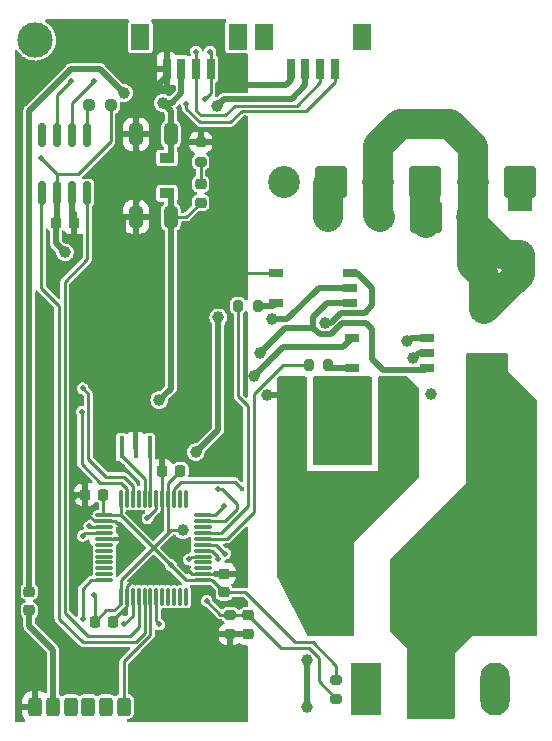
<source format=gbr>
G04 #@! TF.GenerationSoftware,KiCad,Pcbnew,(6.0.5)*
G04 #@! TF.CreationDate,2022-07-13T00:07:27+09:00*
G04 #@! TF.ProjectId,ORION_boost_v1,4f52494f-4e5f-4626-9f6f-73745f76312e,rev?*
G04 #@! TF.SameCoordinates,Original*
G04 #@! TF.FileFunction,Copper,L2,Bot*
G04 #@! TF.FilePolarity,Positive*
%FSLAX46Y46*%
G04 Gerber Fmt 4.6, Leading zero omitted, Abs format (unit mm)*
G04 Created by KiCad (PCBNEW (6.0.5)) date 2022-07-13 00:07:27*
%MOMM*%
%LPD*%
G01*
G04 APERTURE LIST*
G04 Aperture macros list*
%AMRoundRect*
0 Rectangle with rounded corners*
0 $1 Rounding radius*
0 $2 $3 $4 $5 $6 $7 $8 $9 X,Y pos of 4 corners*
0 Add a 4 corners polygon primitive as box body*
4,1,4,$2,$3,$4,$5,$6,$7,$8,$9,$2,$3,0*
0 Add four circle primitives for the rounded corners*
1,1,$1+$1,$2,$3*
1,1,$1+$1,$4,$5*
1,1,$1+$1,$6,$7*
1,1,$1+$1,$8,$9*
0 Add four rect primitives between the rounded corners*
20,1,$1+$1,$2,$3,$4,$5,0*
20,1,$1+$1,$4,$5,$6,$7,0*
20,1,$1+$1,$6,$7,$8,$9,0*
20,1,$1+$1,$8,$9,$2,$3,0*%
%AMFreePoly0*
4,1,9,3.862500,-0.866500,0.737500,-0.866500,0.737500,-0.450000,-0.737500,-0.450000,-0.737500,0.450000,0.737500,0.450000,0.737500,0.866500,3.862500,0.866500,3.862500,-0.866500,3.862500,-0.866500,$1*%
G04 Aperture macros list end*
G04 #@! TA.AperFunction,ComponentPad*
%ADD10RoundRect,0.250001X1.099999X1.099999X-1.099999X1.099999X-1.099999X-1.099999X1.099999X-1.099999X0*%
G04 #@! TD*
G04 #@! TA.AperFunction,ComponentPad*
%ADD11C,2.700000*%
G04 #@! TD*
G04 #@! TA.AperFunction,ComponentPad*
%ADD12R,2.500000X4.500000*%
G04 #@! TD*
G04 #@! TA.AperFunction,ComponentPad*
%ADD13O,2.500000X4.500000*%
G04 #@! TD*
G04 #@! TA.AperFunction,SMDPad,CuDef*
%ADD14R,1.400000X2.100000*%
G04 #@! TD*
G04 #@! TA.AperFunction,SMDPad,CuDef*
%ADD15RoundRect,0.225000X0.250000X-0.225000X0.250000X0.225000X-0.250000X0.225000X-0.250000X-0.225000X0*%
G04 #@! TD*
G04 #@! TA.AperFunction,SMDPad,CuDef*
%ADD16RoundRect,0.250000X-0.325000X-0.650000X0.325000X-0.650000X0.325000X0.650000X-0.325000X0.650000X0*%
G04 #@! TD*
G04 #@! TA.AperFunction,SMDPad,CuDef*
%ADD17R,0.700000X1.800000*%
G04 #@! TD*
G04 #@! TA.AperFunction,SMDPad,CuDef*
%ADD18R,1.600000X2.200000*%
G04 #@! TD*
G04 #@! TA.AperFunction,SMDPad,CuDef*
%ADD19RoundRect,0.250000X0.325000X0.650000X-0.325000X0.650000X-0.325000X-0.650000X0.325000X-0.650000X0*%
G04 #@! TD*
G04 #@! TA.AperFunction,SMDPad,CuDef*
%ADD20RoundRect,0.218750X-0.256250X0.218750X-0.256250X-0.218750X0.256250X-0.218750X0.256250X0.218750X0*%
G04 #@! TD*
G04 #@! TA.AperFunction,SMDPad,CuDef*
%ADD21RoundRect,0.200000X-0.275000X0.200000X-0.275000X-0.200000X0.275000X-0.200000X0.275000X0.200000X0*%
G04 #@! TD*
G04 #@! TA.AperFunction,SMDPad,CuDef*
%ADD22RoundRect,0.225000X-0.225000X-0.250000X0.225000X-0.250000X0.225000X0.250000X-0.225000X0.250000X0*%
G04 #@! TD*
G04 #@! TA.AperFunction,ComponentPad*
%ADD23RoundRect,0.250001X-1.099999X-1.099999X1.099999X-1.099999X1.099999X1.099999X-1.099999X1.099999X0*%
G04 #@! TD*
G04 #@! TA.AperFunction,SMDPad,CuDef*
%ADD24R,0.400000X1.900000*%
G04 #@! TD*
G04 #@! TA.AperFunction,SMDPad,CuDef*
%ADD25R,2.100000X1.400000*%
G04 #@! TD*
G04 #@! TA.AperFunction,SMDPad,CuDef*
%ADD26RoundRect,0.237500X0.250000X0.237500X-0.250000X0.237500X-0.250000X-0.237500X0.250000X-0.237500X0*%
G04 #@! TD*
G04 #@! TA.AperFunction,SMDPad,CuDef*
%ADD27R,1.300000X0.900000*%
G04 #@! TD*
G04 #@! TA.AperFunction,SMDPad,CuDef*
%ADD28FreePoly0,180.000000*%
G04 #@! TD*
G04 #@! TA.AperFunction,SMDPad,CuDef*
%ADD29R,1.200000X0.800000*%
G04 #@! TD*
G04 #@! TA.AperFunction,SMDPad,CuDef*
%ADD30RoundRect,0.218750X0.256250X-0.218750X0.256250X0.218750X-0.256250X0.218750X-0.256250X-0.218750X0*%
G04 #@! TD*
G04 #@! TA.AperFunction,SMDPad,CuDef*
%ADD31RoundRect,0.075000X-0.075000X0.662500X-0.075000X-0.662500X0.075000X-0.662500X0.075000X0.662500X0*%
G04 #@! TD*
G04 #@! TA.AperFunction,SMDPad,CuDef*
%ADD32RoundRect,0.075000X-0.662500X0.075000X-0.662500X-0.075000X0.662500X-0.075000X0.662500X0.075000X0*%
G04 #@! TD*
G04 #@! TA.AperFunction,SMDPad,CuDef*
%ADD33RoundRect,0.225000X0.225000X0.250000X-0.225000X0.250000X-0.225000X-0.250000X0.225000X-0.250000X0*%
G04 #@! TD*
G04 #@! TA.AperFunction,SMDPad,CuDef*
%ADD34RoundRect,0.150000X0.150000X-0.825000X0.150000X0.825000X-0.150000X0.825000X-0.150000X-0.825000X0*%
G04 #@! TD*
G04 #@! TA.AperFunction,SMDPad,CuDef*
%ADD35RoundRect,0.200000X0.275000X-0.200000X0.275000X0.200000X-0.275000X0.200000X-0.275000X-0.200000X0*%
G04 #@! TD*
G04 #@! TA.AperFunction,SMDPad,CuDef*
%ADD36R,3.150000X12.500000*%
G04 #@! TD*
G04 #@! TA.AperFunction,SMDPad,CuDef*
%ADD37RoundRect,0.200000X0.200000X0.275000X-0.200000X0.275000X-0.200000X-0.275000X0.200000X-0.275000X0*%
G04 #@! TD*
G04 #@! TA.AperFunction,SMDPad,CuDef*
%ADD38RoundRect,0.225000X-0.250000X0.225000X-0.250000X-0.225000X0.250000X-0.225000X0.250000X0.225000X0*%
G04 #@! TD*
G04 #@! TA.AperFunction,ComponentPad*
%ADD39RoundRect,0.300000X-0.300000X-0.500000X0.300000X-0.500000X0.300000X0.500000X-0.300000X0.500000X0*%
G04 #@! TD*
G04 #@! TA.AperFunction,ViaPad*
%ADD40C,3.000000*%
G04 #@! TD*
G04 #@! TA.AperFunction,ViaPad*
%ADD41C,1.000000*%
G04 #@! TD*
G04 #@! TA.AperFunction,ViaPad*
%ADD42C,0.500000*%
G04 #@! TD*
G04 #@! TA.AperFunction,ViaPad*
%ADD43C,0.400000*%
G04 #@! TD*
G04 #@! TA.AperFunction,Conductor*
%ADD44C,0.500000*%
G04 #@! TD*
G04 #@! TA.AperFunction,Conductor*
%ADD45C,0.250000*%
G04 #@! TD*
G04 #@! TA.AperFunction,Conductor*
%ADD46C,2.500000*%
G04 #@! TD*
G04 APERTURE END LIST*
D10*
X67000000Y-49000000D03*
D11*
X63040000Y-49000000D03*
D10*
X83020000Y-49000000D03*
D11*
X79060000Y-49000000D03*
D12*
X70000000Y-92000000D03*
D13*
X75450000Y-92000000D03*
X80900000Y-92000000D03*
D10*
X75000000Y-49000000D03*
D11*
X71040000Y-49000000D03*
D14*
X71200000Y-52000000D03*
X66800000Y-52000000D03*
D15*
X60000000Y-87275000D03*
X60000000Y-85725000D03*
D16*
X63525000Y-66500000D03*
X66475000Y-66500000D03*
D17*
X63625000Y-39450000D03*
X64875000Y-39450000D03*
X66125000Y-39450000D03*
X67375000Y-39450000D03*
D18*
X61375000Y-36750000D03*
X69625000Y-36750000D03*
D19*
X72475000Y-71500000D03*
X69525000Y-71500000D03*
D20*
X41500000Y-83712500D03*
X41500000Y-85287500D03*
D21*
X67500000Y-91175000D03*
X67500000Y-92825000D03*
D22*
X52725000Y-73500000D03*
X54275000Y-73500000D03*
X46225000Y-75500000D03*
X47775000Y-75500000D03*
D23*
X75040000Y-52000000D03*
D11*
X79000000Y-52000000D03*
D24*
X51700000Y-71500000D03*
X50500000Y-71500000D03*
X49300000Y-71500000D03*
D25*
X80000000Y-59800000D03*
X80000000Y-64200000D03*
D17*
X53125000Y-39450000D03*
X54375000Y-39450000D03*
X55625000Y-39450000D03*
X56875000Y-39450000D03*
D18*
X59125000Y-36750000D03*
X50875000Y-36750000D03*
D21*
X58500000Y-85675000D03*
X58500000Y-87325000D03*
D19*
X72475000Y-66500000D03*
X69525000Y-66500000D03*
D25*
X83000000Y-55200000D03*
X83000000Y-50800000D03*
D26*
X48412500Y-42500000D03*
X46587500Y-42500000D03*
D27*
X53150000Y-47000000D03*
D28*
X53062500Y-48500000D03*
D27*
X53150000Y-50000000D03*
D29*
X68850000Y-64770000D03*
X68850000Y-62230000D03*
X75150000Y-62230000D03*
X75150000Y-63500000D03*
X75150000Y-64770000D03*
D30*
X56000000Y-50787500D03*
X56000000Y-49212500D03*
D31*
X49250000Y-75837500D03*
X49750000Y-75837500D03*
X50250000Y-75837500D03*
X50750000Y-75837500D03*
X51250000Y-75837500D03*
X51750000Y-75837500D03*
X52250000Y-75837500D03*
X52750000Y-75837500D03*
X53250000Y-75837500D03*
X53750000Y-75837500D03*
X54250000Y-75837500D03*
X54750000Y-75837500D03*
D32*
X56162500Y-77250000D03*
X56162500Y-77750000D03*
X56162500Y-78250000D03*
X56162500Y-78750000D03*
X56162500Y-79250000D03*
X56162500Y-79750000D03*
X56162500Y-80250000D03*
X56162500Y-80750000D03*
X56162500Y-81250000D03*
X56162500Y-81750000D03*
X56162500Y-82250000D03*
X56162500Y-82750000D03*
D31*
X54750000Y-84162500D03*
X54250000Y-84162500D03*
X53750000Y-84162500D03*
X53250000Y-84162500D03*
X52750000Y-84162500D03*
X52250000Y-84162500D03*
X51750000Y-84162500D03*
X51250000Y-84162500D03*
X50750000Y-84162500D03*
X50250000Y-84162500D03*
X49750000Y-84162500D03*
X49250000Y-84162500D03*
D32*
X47837500Y-82750000D03*
X47837500Y-82250000D03*
X47837500Y-81750000D03*
X47837500Y-81250000D03*
X47837500Y-80750000D03*
X47837500Y-80250000D03*
X47837500Y-79750000D03*
X47837500Y-79250000D03*
X47837500Y-78750000D03*
X47837500Y-78250000D03*
X47837500Y-77750000D03*
X47837500Y-77250000D03*
D33*
X45275000Y-52500000D03*
X43725000Y-52500000D03*
D34*
X46405000Y-49975000D03*
X45135000Y-49975000D03*
X43865000Y-49975000D03*
X42595000Y-49975000D03*
X42595000Y-45025000D03*
X43865000Y-45025000D03*
X45135000Y-45025000D03*
X46405000Y-45025000D03*
D35*
X56000000Y-47325000D03*
X56000000Y-45675000D03*
D19*
X72475000Y-69000000D03*
X69525000Y-69000000D03*
D36*
X67325000Y-81000000D03*
X82675000Y-81000000D03*
D16*
X63525000Y-71500000D03*
X66475000Y-71500000D03*
D33*
X48575000Y-86300000D03*
X47025000Y-86300000D03*
D37*
X66825000Y-64500000D03*
X65175000Y-64500000D03*
D29*
X62350000Y-59270000D03*
X62350000Y-56730000D03*
X68650000Y-56730000D03*
X68650000Y-58000000D03*
X68650000Y-59270000D03*
D16*
X63525000Y-69000000D03*
X66475000Y-69000000D03*
D19*
X53475000Y-45000000D03*
X50525000Y-45000000D03*
D37*
X60825000Y-59500000D03*
X59175000Y-59500000D03*
D19*
X53475000Y-52000000D03*
X50525000Y-52000000D03*
D38*
X58000000Y-82225000D03*
X58000000Y-83775000D03*
D39*
X42000000Y-93450000D03*
X43500000Y-93450000D03*
X45000000Y-93450000D03*
X46500000Y-93450000D03*
X48000000Y-93450000D03*
X49500000Y-93450000D03*
D40*
X42000000Y-37000000D03*
D41*
X49500000Y-41500000D03*
X57400000Y-42575500D03*
X52800000Y-42349500D03*
X75500000Y-67000000D03*
X66000000Y-69000000D03*
D42*
X53000000Y-80000000D03*
D41*
X60500000Y-65500000D03*
D42*
X54500000Y-56500000D03*
D41*
X50500000Y-69000000D03*
X67500000Y-67500000D03*
D42*
X56500000Y-58500000D03*
X49500000Y-54000000D03*
D41*
X65000000Y-93500000D03*
X69000000Y-70500000D03*
X73500000Y-62500000D03*
D42*
X49500000Y-52000000D03*
D41*
X69000000Y-69000000D03*
D42*
X47500000Y-71000000D03*
D41*
X69000000Y-67500000D03*
X58000000Y-40800000D03*
D42*
X52000000Y-81000000D03*
D41*
X66000000Y-67500000D03*
X67500000Y-70500000D03*
D42*
X45074500Y-76500000D03*
X52000000Y-79000000D03*
X46000000Y-74500000D03*
D41*
X69000000Y-72000000D03*
X51800000Y-41400000D03*
X67500000Y-72000000D03*
X66500000Y-61000000D03*
X67500000Y-66000000D03*
D42*
X46000000Y-57500000D03*
X51000000Y-80000000D03*
D41*
X65000000Y-89500000D03*
X66000000Y-72000000D03*
D42*
X43200000Y-77200000D03*
X54500000Y-86500000D03*
D41*
X66000000Y-66000000D03*
X66000000Y-70500000D03*
X67500000Y-69000000D03*
D42*
X58000000Y-45500000D03*
X45500000Y-54000000D03*
X53500000Y-81500000D03*
X42500000Y-47000000D03*
X47000000Y-84000000D03*
D41*
X44500000Y-55000000D03*
X54500000Y-78500000D03*
X52500000Y-67500000D03*
D43*
X59475500Y-75000000D03*
D41*
X73969608Y-63979555D03*
D42*
X57500000Y-75000000D03*
X57500000Y-81000000D03*
X58074500Y-80500000D03*
X56500000Y-84500000D03*
X55000000Y-81000000D03*
D41*
X61583010Y-67083010D03*
D42*
X45925500Y-68500146D03*
X46000000Y-66500000D03*
D41*
X77000000Y-91000000D03*
X77000000Y-89500000D03*
X75500000Y-89500000D03*
X74000000Y-94000000D03*
X77000000Y-94000000D03*
X74000000Y-92500000D03*
X74000000Y-89500000D03*
X74000000Y-91000000D03*
X77000000Y-92500000D03*
X57500000Y-60500000D03*
X61000000Y-63500000D03*
X55583010Y-71916990D03*
D42*
X47000000Y-40500000D03*
X55600000Y-38000000D03*
X56400000Y-42000000D03*
X45000000Y-40500000D03*
X54800000Y-42400000D03*
X56800000Y-38000000D03*
D41*
X62000000Y-60675000D03*
D42*
X51500000Y-77500000D03*
X58000000Y-76500000D03*
X46000000Y-79000000D03*
X46586260Y-78175500D03*
X52500000Y-86500000D03*
X49500000Y-86500000D03*
X46000000Y-86000000D03*
D44*
X53475000Y-46675000D02*
X53150000Y-47000000D01*
X64875000Y-40850000D02*
X64875000Y-39450000D01*
X49000000Y-41000000D02*
X49500000Y-41500000D01*
X57400000Y-42575500D02*
X57975500Y-42000000D01*
X53475000Y-45000000D02*
X53475000Y-46675000D01*
X53475000Y-45000000D02*
X53475000Y-43024500D01*
X41500000Y-83712500D02*
X41500000Y-43000000D01*
X45000000Y-39500000D02*
X47500000Y-39500000D01*
X41500000Y-43000000D02*
X45000000Y-39500000D01*
X53557688Y-42349500D02*
X54375000Y-41532188D01*
X52800000Y-42349500D02*
X53557688Y-42349500D01*
X47500000Y-39500000D02*
X49000000Y-41000000D01*
X57975500Y-42000000D02*
X63725000Y-42000000D01*
X54375000Y-41532188D02*
X54375000Y-39450000D01*
X63725000Y-42000000D02*
X64875000Y-40850000D01*
X53475000Y-43024500D02*
X52800000Y-42349500D01*
D45*
X45275000Y-52500000D02*
X45275000Y-53775000D01*
X48575000Y-86140006D02*
X49750000Y-84965006D01*
X52750000Y-75837500D02*
X52750000Y-73525000D01*
X47500000Y-71000000D02*
X48500000Y-71000000D01*
D46*
X75000000Y-52460000D02*
X75040000Y-52500000D01*
D45*
X45074500Y-75925500D02*
X45500000Y-75500000D01*
X54825000Y-45675000D02*
X56000000Y-45675000D01*
X58550000Y-87275000D02*
X58500000Y-87325000D01*
D44*
X70524511Y-59475489D02*
X69880489Y-60119511D01*
D45*
X52750000Y-73525000D02*
X52725000Y-73500000D01*
X48750000Y-77750000D02*
X47837500Y-77750000D01*
X52000000Y-81000000D02*
X49750000Y-83250000D01*
D44*
X50500000Y-69000000D02*
X50500000Y-52025000D01*
D45*
X56162500Y-82250000D02*
X57975000Y-82250000D01*
D44*
X50525000Y-45000000D02*
X50525000Y-42675000D01*
X51800000Y-41400000D02*
X53125000Y-40075000D01*
D45*
X56000000Y-45675000D02*
X57825000Y-45675000D01*
D44*
X50500000Y-52025000D02*
X50525000Y-52000000D01*
X50525000Y-42675000D02*
X51800000Y-41400000D01*
X67000000Y-61000000D02*
X67880489Y-60119511D01*
X70524511Y-57975489D02*
X70524511Y-59475489D01*
X70524511Y-57975489D02*
X69279022Y-56730000D01*
D45*
X54500000Y-86500000D02*
X55325000Y-87325000D01*
X54500000Y-47399022D02*
X54500000Y-46000000D01*
X49042859Y-73042859D02*
X49457141Y-73042859D01*
D44*
X69279022Y-56730000D02*
X68650000Y-56730000D01*
D45*
X46000000Y-74500000D02*
X46000000Y-75275000D01*
X48500000Y-70500000D02*
X48500000Y-71000000D01*
D44*
X52650978Y-48500000D02*
X53062500Y-48500000D01*
D45*
X52725000Y-73500000D02*
X52725000Y-70725978D01*
X49000000Y-70000000D02*
X48500000Y-70500000D01*
D44*
X50525000Y-46374022D02*
X52650978Y-48500000D01*
D45*
X51000000Y-80000000D02*
X48750000Y-77750000D01*
D44*
X67880489Y-60119511D02*
X69880489Y-60119511D01*
D45*
X52725000Y-70725978D02*
X51999022Y-70000000D01*
X56162500Y-82250000D02*
X55250000Y-82250000D01*
D44*
X75150000Y-62230000D02*
X73770000Y-62230000D01*
D45*
X49750000Y-83250000D02*
X49750000Y-84162500D01*
X45074500Y-76500000D02*
X45074500Y-75925500D01*
X56500000Y-58500000D02*
X54500000Y-56500000D01*
X60000000Y-87275000D02*
X58550000Y-87275000D01*
X46000000Y-57500000D02*
X49500000Y-54000000D01*
X52750000Y-78250000D02*
X52000000Y-79000000D01*
D44*
X73770000Y-62230000D02*
X73500000Y-62500000D01*
D45*
X49500000Y-52000000D02*
X50525000Y-52000000D01*
X54500000Y-46000000D02*
X54825000Y-45675000D01*
X49750000Y-84965006D02*
X49750000Y-84162500D01*
X46225000Y-76940006D02*
X47034994Y-77750000D01*
D44*
X58000000Y-40800000D02*
X63200000Y-40800000D01*
X66500000Y-61000000D02*
X67000000Y-61000000D01*
D45*
X52750000Y-75837500D02*
X52750000Y-78250000D01*
X62350000Y-56730000D02*
X58270000Y-56730000D01*
X50250000Y-79250000D02*
X51000000Y-80000000D01*
X49500000Y-54000000D02*
X49500000Y-52000000D01*
X48575000Y-86300000D02*
X48575000Y-86140006D01*
D44*
X45135000Y-52360000D02*
X45275000Y-52500000D01*
D45*
X53062500Y-48500000D02*
X53399022Y-48500000D01*
X55250000Y-82250000D02*
X53000000Y-80000000D01*
X45500000Y-75500000D02*
X46225000Y-75500000D01*
D44*
X68080000Y-63000000D02*
X68850000Y-62230000D01*
D45*
X47034994Y-77750000D02*
X47837500Y-77750000D01*
X50500000Y-71500000D02*
X50500000Y-70000000D01*
D44*
X63200000Y-40800000D02*
X63625000Y-40375000D01*
X63625000Y-40375000D02*
X63625000Y-39450000D01*
D45*
X46225000Y-75500000D02*
X46225000Y-76940006D01*
X58270000Y-56730000D02*
X56500000Y-58500000D01*
X57975000Y-82250000D02*
X58000000Y-82225000D01*
D44*
X53125000Y-40075000D02*
X53125000Y-39450000D01*
D45*
X48500000Y-72500000D02*
X49042859Y-73042859D01*
D46*
X75000000Y-49000000D02*
X75000000Y-52460000D01*
D45*
X46000000Y-75275000D02*
X46225000Y-75500000D01*
D44*
X45135000Y-49975000D02*
X45135000Y-52360000D01*
D45*
X55325000Y-87325000D02*
X58500000Y-87325000D01*
X45275000Y-53775000D02*
X45500000Y-54000000D01*
D44*
X50525000Y-50625978D02*
X52650978Y-48500000D01*
D45*
X57825000Y-45675000D02*
X58000000Y-45500000D01*
D44*
X50525000Y-52000000D02*
X50525000Y-50625978D01*
X50525000Y-45000000D02*
X50525000Y-46374022D01*
X65000000Y-89500000D02*
X65000000Y-93500000D01*
D45*
X48500000Y-71000000D02*
X48500000Y-72500000D01*
X47837500Y-79250000D02*
X50250000Y-79250000D01*
X53399022Y-48500000D02*
X54500000Y-47399022D01*
D44*
X60500000Y-65500000D02*
X63000000Y-63000000D01*
X63000000Y-63000000D02*
X68080000Y-63000000D01*
D45*
X51999022Y-70000000D02*
X49000000Y-70000000D01*
X56162500Y-82750000D02*
X54750000Y-82750000D01*
X58000000Y-83775000D02*
X59775000Y-83775000D01*
X59775000Y-83775000D02*
X64000000Y-88000000D01*
X47775000Y-75500000D02*
X47775000Y-77187500D01*
X54500000Y-78500000D02*
X53500000Y-78500000D01*
X54787500Y-52000000D02*
X56000000Y-50787500D01*
X47775000Y-77187500D02*
X47837500Y-77250000D01*
X48412500Y-45587500D02*
X45635000Y-48365000D01*
X43865000Y-48365000D02*
X43865000Y-49975000D01*
D44*
X43725000Y-52500000D02*
X43725000Y-54225000D01*
X43725000Y-54225000D02*
X44500000Y-55000000D01*
X53475000Y-66525000D02*
X53475000Y-52000000D01*
D45*
X53250000Y-75837500D02*
X53250000Y-78750000D01*
X48412500Y-42500000D02*
X48412500Y-45587500D01*
X48025000Y-85300000D02*
X47025000Y-86300000D01*
X49250000Y-84750000D02*
X48700000Y-85300000D01*
X53250000Y-78750000D02*
X49250000Y-82750000D01*
X49250000Y-84162500D02*
X49250000Y-84750000D01*
X56162500Y-82750000D02*
X56975000Y-82750000D01*
X67500000Y-90000000D02*
X67500000Y-91175000D01*
X64000000Y-88000000D02*
X65500000Y-88000000D01*
X45635000Y-48365000D02*
X43865000Y-48365000D01*
X53250000Y-75837500D02*
X53250000Y-74525000D01*
X54750000Y-82750000D02*
X53500000Y-81500000D01*
X53475000Y-52000000D02*
X54787500Y-52000000D01*
X49250000Y-82750000D02*
X49250000Y-84162500D01*
D44*
X43865000Y-52360000D02*
X43725000Y-52500000D01*
D45*
X48700000Y-85300000D02*
X48025000Y-85300000D01*
X47025000Y-84025000D02*
X47000000Y-84000000D01*
X47025000Y-86300000D02*
X47025000Y-84025000D01*
X56975000Y-82750000D02*
X58000000Y-83775000D01*
X65500000Y-88000000D02*
X67500000Y-90000000D01*
X42500000Y-47000000D02*
X43865000Y-48365000D01*
D44*
X53475000Y-52000000D02*
X53475000Y-50325000D01*
X52500000Y-67500000D02*
X53475000Y-66525000D01*
D45*
X53500000Y-81500000D02*
X49250000Y-77250000D01*
D44*
X43865000Y-49975000D02*
X43865000Y-52360000D01*
D45*
X53250000Y-74525000D02*
X54275000Y-73500000D01*
D44*
X53475000Y-50325000D02*
X53150000Y-50000000D01*
D45*
X53500000Y-78500000D02*
X53250000Y-78750000D01*
X47837500Y-77250000D02*
X49250000Y-77250000D01*
X49250000Y-77250000D02*
X49250000Y-75837500D01*
X54359505Y-74425489D02*
X53750000Y-75034994D01*
X59475500Y-75000000D02*
X58900989Y-74425489D01*
X58900989Y-74425489D02*
X54359505Y-74425489D01*
X53750000Y-75034994D02*
X53750000Y-75837500D01*
D44*
X68850000Y-64770000D02*
X67095000Y-64770000D01*
X67095000Y-64770000D02*
X66825000Y-64500000D01*
X74449163Y-63500000D02*
X75150000Y-63500000D01*
X73969608Y-63979555D02*
X74449163Y-63500000D01*
D45*
X60500000Y-77000000D02*
X58250000Y-79250000D01*
X58250000Y-79250000D02*
X56162500Y-79250000D01*
X65175000Y-64500000D02*
X63000000Y-64500000D01*
X60500000Y-67000000D02*
X60500000Y-77000000D01*
X63000000Y-64500000D02*
X60500000Y-67000000D01*
D46*
X83000000Y-55200000D02*
X83000000Y-56800000D01*
X71040000Y-45960000D02*
X71040000Y-49000000D01*
X79060000Y-52440000D02*
X79000000Y-52500000D01*
X80000000Y-57000000D02*
X80000000Y-59800000D01*
X83000000Y-56800000D02*
X80000000Y-59800000D01*
X71040000Y-51840000D02*
X71200000Y-52000000D01*
X79060000Y-49000000D02*
X79060000Y-46060000D01*
X79000000Y-52500000D02*
X79000000Y-56000000D01*
X79000000Y-56000000D02*
X80000000Y-57000000D01*
X72900000Y-44100000D02*
X71040000Y-45960000D01*
X79060000Y-46060000D02*
X77100000Y-44100000D01*
X71040000Y-49000000D02*
X71040000Y-51840000D01*
X79060000Y-49000000D02*
X79060000Y-52440000D01*
X83000000Y-55200000D02*
X81700000Y-55200000D01*
X81700000Y-55200000D02*
X79000000Y-52500000D01*
X77100000Y-44100000D02*
X72900000Y-44100000D01*
D45*
X57500000Y-75000000D02*
X57812482Y-75000000D01*
X58062482Y-77750000D02*
X56162500Y-77750000D01*
X57812482Y-75000000D02*
X59074511Y-76262029D01*
X59074511Y-76262029D02*
X59074511Y-76737971D01*
X59074511Y-76737971D02*
X58062482Y-77750000D01*
X57500000Y-81000000D02*
X57500000Y-80784994D01*
X57500000Y-80784994D02*
X56965006Y-80250000D01*
X56965006Y-80250000D02*
X56162500Y-80250000D01*
X58074500Y-80500000D02*
X57324500Y-79750000D01*
X57324500Y-79750000D02*
X56162500Y-79750000D01*
X66000000Y-91325000D02*
X67500000Y-92825000D01*
X55250000Y-80750000D02*
X55000000Y-81000000D01*
X57675000Y-85675000D02*
X56500000Y-84500000D01*
X56162500Y-80750000D02*
X55250000Y-80750000D01*
X60000000Y-85725000D02*
X62775000Y-88500000D01*
X65166036Y-88500000D02*
X66000000Y-89333964D01*
X66000000Y-89333964D02*
X66000000Y-91325000D01*
X58500000Y-85675000D02*
X57675000Y-85675000D01*
X58500000Y-85675000D02*
X59950000Y-85675000D01*
X59950000Y-85675000D02*
X60000000Y-85725000D01*
X62775000Y-88500000D02*
X65166036Y-88500000D01*
D44*
X61583010Y-67083010D02*
X62941990Y-67083010D01*
X62941990Y-67083010D02*
X63525000Y-66500000D01*
D45*
X47500000Y-74500000D02*
X45925500Y-72925500D01*
X49750000Y-75837500D02*
X49750000Y-75034994D01*
X45925500Y-72925500D02*
X45925500Y-68500146D01*
X49750000Y-75034994D02*
X49215006Y-74500000D01*
X49215006Y-74500000D02*
X47500000Y-74500000D01*
X56000000Y-47325000D02*
X56000000Y-49212500D01*
X49500000Y-74000000D02*
X50250000Y-74750000D01*
X50250000Y-74750000D02*
X50250000Y-75837500D01*
X46500000Y-67000000D02*
X46500000Y-72500000D01*
X46000000Y-66500000D02*
X46500000Y-67000000D01*
X46500000Y-72500000D02*
X48000000Y-74000000D01*
X48000000Y-74000000D02*
X49500000Y-74000000D01*
D44*
X43500000Y-93450000D02*
X43500000Y-88643750D01*
X43500000Y-88643750D02*
X41500000Y-86643750D01*
X41500000Y-86643750D02*
X41500000Y-85287500D01*
D46*
X66800000Y-49200000D02*
X67000000Y-49000000D01*
X66800000Y-52000000D02*
X66800000Y-49200000D01*
D44*
X70500000Y-61500000D02*
X70500000Y-64000000D01*
X67050489Y-61949511D02*
X68000000Y-61000000D01*
X57500000Y-70000000D02*
X57500000Y-60500000D01*
X70500000Y-64000000D02*
X71429066Y-64929066D01*
X66106699Y-61949511D02*
X67050489Y-61949511D01*
X63106699Y-61393301D02*
X61000000Y-63500000D01*
X74990934Y-64929066D02*
X75150000Y-64770000D01*
X68000000Y-61000000D02*
X70000000Y-61000000D01*
X66730000Y-59270000D02*
X65550489Y-60449511D01*
X71429066Y-64929066D02*
X74990934Y-64929066D01*
X65550489Y-61393301D02*
X63106699Y-61393301D01*
X65550489Y-60449511D02*
X65550489Y-61393301D01*
X55583010Y-71916990D02*
X57500000Y-70000000D01*
X70000000Y-61000000D02*
X70500000Y-61500000D01*
X68650000Y-59270000D02*
X66730000Y-59270000D01*
X65550489Y-61393301D02*
X66106699Y-61949511D01*
D45*
X64150481Y-42574519D02*
X58925481Y-42574519D01*
X45135000Y-42365000D02*
X45135000Y-45025000D01*
X56000000Y-43400000D02*
X55625000Y-43025000D01*
X47000000Y-40500000D02*
X45135000Y-42365000D01*
X55600000Y-39425000D02*
X55625000Y-39450000D01*
X55625000Y-43025000D02*
X55625000Y-39450000D01*
X66125000Y-40600000D02*
X64150481Y-42574519D01*
X55600000Y-38000000D02*
X55600000Y-39425000D01*
X58100000Y-43400000D02*
X56000000Y-43400000D01*
X66125000Y-39450000D02*
X66125000Y-40600000D01*
X58925481Y-42574519D02*
X58100000Y-43400000D01*
X67375000Y-40600000D02*
X67375000Y-39450000D01*
X59475961Y-43024039D02*
X64950961Y-43024039D01*
X56875000Y-38075000D02*
X56800000Y-38000000D01*
X55964283Y-44000000D02*
X58500000Y-44000000D01*
X54800000Y-42400000D02*
X54800000Y-42835717D01*
X45000000Y-40500000D02*
X43865000Y-41635000D01*
X58500000Y-44000000D02*
X59475961Y-43024039D01*
X56400000Y-42000000D02*
X56875000Y-41525000D01*
X56875000Y-41525000D02*
X56875000Y-39450000D01*
X54800000Y-42835717D02*
X55964283Y-44000000D01*
X56875000Y-39450000D02*
X56875000Y-38075000D01*
X43865000Y-41635000D02*
X43865000Y-45025000D01*
X64950961Y-43024039D02*
X67375000Y-40600000D01*
D44*
X60825000Y-59500000D02*
X62120000Y-59500000D01*
X62120000Y-59500000D02*
X62350000Y-59270000D01*
X68650000Y-58000000D02*
X66000000Y-58000000D01*
X66000000Y-58000000D02*
X63325000Y-60675000D01*
X63325000Y-60675000D02*
X62000000Y-60675000D01*
D45*
X52250000Y-75837500D02*
X52250000Y-76750000D01*
X52250000Y-76750000D02*
X51500000Y-77500000D01*
X60000000Y-68000000D02*
X60000000Y-76500000D01*
X59175000Y-67175000D02*
X60000000Y-68000000D01*
X56162500Y-78750000D02*
X57750000Y-78750000D01*
X59175000Y-59500000D02*
X59175000Y-67175000D01*
X57750000Y-78750000D02*
X60000000Y-76500000D01*
X58000000Y-76500000D02*
X57250000Y-77250000D01*
X57250000Y-77250000D02*
X56162500Y-77250000D01*
X46250000Y-78750000D02*
X47837500Y-78750000D01*
X46000000Y-79000000D02*
X46250000Y-78750000D01*
X46660760Y-78250000D02*
X46586260Y-78175500D01*
X47837500Y-78250000D02*
X46660760Y-78250000D01*
X49300000Y-72250000D02*
X49300000Y-71500000D01*
X51250000Y-75837500D02*
X51250000Y-74200000D01*
X51250000Y-74200000D02*
X49300000Y-72250000D01*
X51750000Y-71550000D02*
X51700000Y-71500000D01*
X51750000Y-75837500D02*
X51750000Y-71550000D01*
X52250000Y-86250000D02*
X52500000Y-86500000D01*
X52250000Y-84162500D02*
X52250000Y-86250000D01*
X51750000Y-87385718D02*
X51750000Y-84162500D01*
X50635718Y-88500000D02*
X49500000Y-89635718D01*
X50635718Y-88500000D02*
X51750000Y-87385718D01*
X49500000Y-89635718D02*
X49500000Y-93450000D01*
X44000000Y-86000000D02*
X44000000Y-59500000D01*
X42500000Y-58000000D02*
X42500000Y-50070000D01*
X46000000Y-88000000D02*
X44000000Y-86000000D01*
X42500000Y-50070000D02*
X42595000Y-49975000D01*
X51250000Y-84162500D02*
X51250000Y-87250000D01*
X50500000Y-88000000D02*
X46000000Y-88000000D01*
X51250000Y-87250000D02*
X50500000Y-88000000D01*
X44000000Y-59500000D02*
X42500000Y-58000000D01*
X50750000Y-86750000D02*
X50000000Y-87500000D01*
X44500000Y-57500000D02*
X46405000Y-55595000D01*
X46405000Y-55595000D02*
X46405000Y-49975000D01*
X50750000Y-84162500D02*
X50750000Y-86750000D01*
X46500000Y-87500000D02*
X44500000Y-85500000D01*
X44500000Y-85500000D02*
X44500000Y-57500000D01*
X50000000Y-87500000D02*
X46500000Y-87500000D01*
X49500000Y-86500000D02*
X50250000Y-85750000D01*
X50250000Y-85750000D02*
X50250000Y-84162500D01*
X46000000Y-83500000D02*
X46750000Y-82750000D01*
X46750000Y-82750000D02*
X47837500Y-82750000D01*
X46000000Y-86000000D02*
X46000000Y-83500000D01*
X46405000Y-42682500D02*
X46587500Y-42500000D01*
X46405000Y-45025000D02*
X46405000Y-42682500D01*
G04 #@! TA.AperFunction,Conductor*
G36*
X81942121Y-63520002D02*
G01*
X81988614Y-63573658D01*
X82000000Y-63626000D01*
X82000000Y-65000000D01*
X84463095Y-67463095D01*
X84497121Y-67525407D01*
X84500000Y-67552190D01*
X84500000Y-87374000D01*
X84479998Y-87442121D01*
X84426342Y-87488614D01*
X84374000Y-87500000D01*
X79000000Y-87500000D01*
X77500000Y-89000000D01*
X77500000Y-94374000D01*
X77479998Y-94442121D01*
X77426342Y-94488614D01*
X77374000Y-94500000D01*
X73626000Y-94500000D01*
X73557879Y-94479998D01*
X73511386Y-94426342D01*
X73500000Y-94374000D01*
X73500000Y-88500000D01*
X72036905Y-87036905D01*
X72002879Y-86974593D01*
X72000000Y-86947810D01*
X72000000Y-81052190D01*
X72020002Y-80984069D01*
X72036905Y-80963095D01*
X78500000Y-74500000D01*
X78500000Y-63626000D01*
X78520002Y-63557879D01*
X78573658Y-63511386D01*
X78626000Y-63500000D01*
X81874000Y-63500000D01*
X81942121Y-63520002D01*
G37*
G04 #@! TD.AperFunction*
G04 #@! TA.AperFunction,Conductor*
G36*
X64942121Y-65520002D02*
G01*
X64988614Y-65573658D01*
X65000000Y-65626000D01*
X65000000Y-73500000D01*
X71000000Y-73500000D01*
X71000000Y-65626000D01*
X71020002Y-65557879D01*
X71073658Y-65511386D01*
X71126000Y-65500000D01*
X73447810Y-65500000D01*
X73515931Y-65520002D01*
X73536905Y-65536905D01*
X74463095Y-66463095D01*
X74497121Y-66525407D01*
X74500000Y-66552190D01*
X74500000Y-73947810D01*
X74479998Y-74015931D01*
X74463095Y-74036905D01*
X69000000Y-79500000D01*
X69000000Y-87374000D01*
X68979998Y-87442121D01*
X68926342Y-87488614D01*
X68874000Y-87500000D01*
X65077872Y-87500000D01*
X65009751Y-87479998D01*
X64965174Y-87430349D01*
X62513302Y-82526604D01*
X62500000Y-82470255D01*
X62500000Y-65626000D01*
X62520002Y-65557879D01*
X62573658Y-65511386D01*
X62626000Y-65500000D01*
X64874000Y-65500000D01*
X64942121Y-65520002D01*
G37*
G04 #@! TD.AperFunction*
G04 #@! TA.AperFunction,Conductor*
G36*
X70442121Y-65520002D02*
G01*
X70488614Y-65573658D01*
X70500000Y-65626000D01*
X70500000Y-72874000D01*
X70479998Y-72942121D01*
X70426342Y-72988614D01*
X70374000Y-73000000D01*
X65626000Y-73000000D01*
X65557879Y-72979998D01*
X65511386Y-72926342D01*
X65500000Y-72874000D01*
X65500000Y-65626000D01*
X65520002Y-65557879D01*
X65573658Y-65511386D01*
X65626000Y-65500000D01*
X70374000Y-65500000D01*
X70442121Y-65520002D01*
G37*
G04 #@! TD.AperFunction*
G04 #@! TA.AperFunction,Conductor*
G36*
X49880652Y-35270502D02*
G01*
X49927145Y-35324158D01*
X49937249Y-35394432D01*
X49907755Y-35459012D01*
X49904151Y-35462883D01*
X49894399Y-35469399D01*
X49839034Y-35552260D01*
X49824500Y-35625326D01*
X49824500Y-37874674D01*
X49839034Y-37947740D01*
X49845928Y-37958057D01*
X49845928Y-37958058D01*
X49867037Y-37989650D01*
X49894399Y-38030601D01*
X49977260Y-38085966D01*
X50050326Y-38100500D01*
X51699674Y-38100500D01*
X51772740Y-38085966D01*
X51855601Y-38030601D01*
X51882963Y-37989650D01*
X51904072Y-37958058D01*
X51904072Y-37958057D01*
X51910966Y-37947740D01*
X51925500Y-37874674D01*
X51925500Y-35625326D01*
X51910966Y-35552260D01*
X51855601Y-35469399D01*
X51847493Y-35463981D01*
X51814348Y-35403283D01*
X51819413Y-35332468D01*
X51861960Y-35275632D01*
X51928480Y-35250821D01*
X51937469Y-35250500D01*
X58062531Y-35250500D01*
X58130652Y-35270502D01*
X58177145Y-35324158D01*
X58187249Y-35394432D01*
X58157755Y-35459012D01*
X58154151Y-35462883D01*
X58144399Y-35469399D01*
X58089034Y-35552260D01*
X58074500Y-35625326D01*
X58074500Y-37874674D01*
X58089034Y-37947740D01*
X58095928Y-37958057D01*
X58095928Y-37958058D01*
X58117037Y-37989650D01*
X58144399Y-38030601D01*
X58227260Y-38085966D01*
X58300326Y-38100500D01*
X59874000Y-38100500D01*
X59942121Y-38120502D01*
X59988614Y-38174158D01*
X60000000Y-38226500D01*
X60000000Y-41373500D01*
X59979998Y-41441621D01*
X59926342Y-41488114D01*
X59874000Y-41499500D01*
X58045681Y-41499500D01*
X58033796Y-41498172D01*
X58033755Y-41498682D01*
X58024809Y-41497962D01*
X58016053Y-41495981D01*
X57986800Y-41497796D01*
X57963236Y-41499258D01*
X57955433Y-41499500D01*
X57939560Y-41499500D01*
X57929448Y-41500948D01*
X57919394Y-41501978D01*
X57891403Y-41503715D01*
X57872962Y-41504859D01*
X57864518Y-41507907D01*
X57860806Y-41508676D01*
X57846101Y-41512343D01*
X57842473Y-41513404D01*
X57833582Y-41514677D01*
X57791218Y-41533939D01*
X57781863Y-41537746D01*
X57746557Y-41550491D01*
X57746553Y-41550493D01*
X57738113Y-41553540D01*
X57730865Y-41558835D01*
X57727525Y-41560611D01*
X57714411Y-41568274D01*
X57711239Y-41570303D01*
X57703072Y-41574016D01*
X57696277Y-41579871D01*
X57696274Y-41579873D01*
X57667825Y-41604387D01*
X57659905Y-41610675D01*
X57649164Y-41618522D01*
X57638421Y-41629265D01*
X57631575Y-41635623D01*
X57594463Y-41667600D01*
X57589580Y-41675134D01*
X57583681Y-41681896D01*
X57583676Y-41681892D01*
X57574700Y-41692986D01*
X57483615Y-41784071D01*
X57421303Y-41818097D01*
X57405219Y-41819769D01*
X57405272Y-41820269D01*
X57359372Y-41825093D01*
X57289534Y-41812320D01*
X57237687Y-41763818D01*
X57220293Y-41694985D01*
X57225484Y-41663683D01*
X57226065Y-41661741D01*
X57231402Y-41643896D01*
X57233227Y-41638281D01*
X57247395Y-41597936D01*
X57247395Y-41597935D01*
X57250023Y-41590452D01*
X57250500Y-41584945D01*
X57250500Y-41582238D01*
X57250611Y-41579666D01*
X57250659Y-41579506D01*
X57250803Y-41579512D01*
X57250842Y-41578894D01*
X57252690Y-41572714D01*
X57250597Y-41519445D01*
X57250500Y-41514499D01*
X57250500Y-40697459D01*
X57270502Y-40629338D01*
X57322295Y-40586055D01*
X57322740Y-40585966D01*
X57333055Y-40579074D01*
X57333057Y-40579073D01*
X57395286Y-40537493D01*
X57405601Y-40530601D01*
X57460966Y-40447740D01*
X57475500Y-40374674D01*
X57475500Y-38525326D01*
X57460966Y-38452260D01*
X57439515Y-38420155D01*
X57412493Y-38379714D01*
X57405601Y-38369399D01*
X57324304Y-38315079D01*
X57278777Y-38260603D01*
X57269928Y-38190160D01*
X57276079Y-38170684D01*
X57275067Y-38170361D01*
X57277795Y-38161814D01*
X57281710Y-38153733D01*
X57305496Y-38012354D01*
X57305647Y-38000000D01*
X57294215Y-37920175D01*
X57286596Y-37866968D01*
X57286595Y-37866965D01*
X57285323Y-37858082D01*
X57225984Y-37727572D01*
X57207598Y-37706234D01*
X57138260Y-37625763D01*
X57138257Y-37625760D01*
X57132400Y-37618963D01*
X57012095Y-37540985D01*
X56874739Y-37499907D01*
X56865763Y-37499852D01*
X56865762Y-37499852D01*
X56805555Y-37499484D01*
X56731376Y-37499031D01*
X56593529Y-37538428D01*
X56472280Y-37614930D01*
X56377377Y-37722388D01*
X56316447Y-37852163D01*
X56314991Y-37851480D01*
X56281538Y-37902285D01*
X56216633Y-37931059D01*
X56146476Y-37920175D01*
X56093340Y-37873089D01*
X56086382Y-37857600D01*
X56085323Y-37858082D01*
X56029700Y-37735746D01*
X56025984Y-37727572D01*
X56007598Y-37706234D01*
X55938260Y-37625763D01*
X55938257Y-37625760D01*
X55932400Y-37618963D01*
X55812095Y-37540985D01*
X55674739Y-37499907D01*
X55665763Y-37499852D01*
X55665762Y-37499852D01*
X55605555Y-37499484D01*
X55531376Y-37499031D01*
X55393529Y-37538428D01*
X55272280Y-37614930D01*
X55177377Y-37722388D01*
X55116447Y-37852163D01*
X55111552Y-37883603D01*
X55101693Y-37946926D01*
X55094391Y-37993823D01*
X55095555Y-38002725D01*
X55095555Y-38002728D01*
X55096814Y-38012354D01*
X55112980Y-38135979D01*
X55138632Y-38194276D01*
X55145549Y-38209997D01*
X55154677Y-38280404D01*
X55124290Y-38344569D01*
X55111694Y-38355527D01*
X55104714Y-38362507D01*
X55094399Y-38369399D01*
X55088265Y-38378579D01*
X55026783Y-38412152D01*
X54955968Y-38407087D01*
X54911829Y-38378720D01*
X54905601Y-38369399D01*
X54857986Y-38337584D01*
X54833058Y-38320928D01*
X54833057Y-38320928D01*
X54822740Y-38314034D01*
X54749674Y-38299500D01*
X54000326Y-38299500D01*
X53997452Y-38300072D01*
X53928813Y-38287055D01*
X53885389Y-38250455D01*
X53843285Y-38194276D01*
X53830724Y-38181715D01*
X53728649Y-38105214D01*
X53713054Y-38096676D01*
X53592606Y-38051522D01*
X53577351Y-38047895D01*
X53526486Y-38042369D01*
X53519672Y-38042000D01*
X53397115Y-38042000D01*
X53381876Y-38046475D01*
X53380671Y-38047865D01*
X53379000Y-38055548D01*
X53379000Y-40839884D01*
X53383475Y-40855123D01*
X53384865Y-40856328D01*
X53392548Y-40857999D01*
X53519669Y-40857999D01*
X53526490Y-40857629D01*
X53577352Y-40852105D01*
X53592604Y-40848479D01*
X53704270Y-40806617D01*
X53775077Y-40801434D01*
X53837446Y-40835355D01*
X53871576Y-40897610D01*
X53874500Y-40924599D01*
X53874500Y-41272684D01*
X53854498Y-41340805D01*
X53837595Y-41361779D01*
X53444212Y-41755162D01*
X53381900Y-41789188D01*
X53311085Y-41784123D01*
X53277111Y-41764802D01*
X53273242Y-41760906D01*
X53263147Y-41754499D01*
X53177034Y-41699851D01*
X53131079Y-41670687D01*
X52972462Y-41614206D01*
X52965474Y-41613373D01*
X52965471Y-41613372D01*
X52872300Y-41602262D01*
X52805273Y-41594269D01*
X52798270Y-41595005D01*
X52798269Y-41595005D01*
X52752712Y-41599793D01*
X52637821Y-41611869D01*
X52631155Y-41614138D01*
X52631152Y-41614139D01*
X52485098Y-41663860D01*
X52485095Y-41663861D01*
X52478431Y-41666130D01*
X52472436Y-41669818D01*
X52472432Y-41669820D01*
X52341021Y-41750665D01*
X52341019Y-41750667D01*
X52335022Y-41754356D01*
X52314075Y-41774869D01*
X52238929Y-41848458D01*
X52214724Y-41872161D01*
X52123515Y-42013690D01*
X52121105Y-42020310D01*
X52121104Y-42020313D01*
X52116069Y-42034146D01*
X52065927Y-42171909D01*
X52044825Y-42338955D01*
X52045512Y-42345962D01*
X52045512Y-42345965D01*
X52047923Y-42370555D01*
X52061255Y-42506525D01*
X52114402Y-42666291D01*
X52118049Y-42672313D01*
X52118050Y-42672315D01*
X52195825Y-42800736D01*
X52201624Y-42810312D01*
X52206513Y-42815375D01*
X52206514Y-42815376D01*
X52233546Y-42843368D01*
X52318586Y-42931429D01*
X52324483Y-42935288D01*
X52453577Y-43019766D01*
X52453581Y-43019768D01*
X52459475Y-43023625D01*
X52617289Y-43082315D01*
X52624270Y-43083246D01*
X52624272Y-43083247D01*
X52777204Y-43103652D01*
X52777206Y-43103652D01*
X52784183Y-43104583D01*
X52791190Y-43103945D01*
X52797182Y-43104071D01*
X52864869Y-43125498D01*
X52883634Y-43140948D01*
X52937595Y-43194909D01*
X52971621Y-43257221D01*
X52974500Y-43284004D01*
X52974500Y-43796402D01*
X52954498Y-43864523D01*
X52911045Y-43905024D01*
X52907176Y-43906474D01*
X52899991Y-43911859D01*
X52899989Y-43911860D01*
X52821760Y-43970490D01*
X52792454Y-43992454D01*
X52787072Y-43999635D01*
X52711856Y-44099994D01*
X52711854Y-44099997D01*
X52706474Y-44107176D01*
X52656149Y-44241420D01*
X52655296Y-44249270D01*
X52655296Y-44249271D01*
X52651899Y-44280543D01*
X52649500Y-44302623D01*
X52649501Y-45697376D01*
X52649870Y-45700770D01*
X52649870Y-45700776D01*
X52654674Y-45744999D01*
X52656149Y-45758580D01*
X52706474Y-45892824D01*
X52711854Y-45900003D01*
X52711856Y-45900006D01*
X52771781Y-45979962D01*
X52792454Y-46007546D01*
X52879355Y-46072675D01*
X52921868Y-46129534D01*
X52926893Y-46200352D01*
X52892833Y-46262646D01*
X52830502Y-46296636D01*
X52803788Y-46299500D01*
X52475326Y-46299500D01*
X52402260Y-46314034D01*
X52391943Y-46320928D01*
X52391942Y-46320928D01*
X52367531Y-46337239D01*
X52319399Y-46369399D01*
X52264034Y-46452260D01*
X52249500Y-46525326D01*
X52249500Y-47474674D01*
X52264034Y-47547740D01*
X52319399Y-47630601D01*
X52402260Y-47685966D01*
X52475326Y-47700500D01*
X53824674Y-47700500D01*
X53897740Y-47685966D01*
X53980601Y-47630601D01*
X54035966Y-47547740D01*
X54050500Y-47474674D01*
X54050500Y-46525326D01*
X54035966Y-46452260D01*
X53996734Y-46393544D01*
X53975500Y-46323543D01*
X53975500Y-46203598D01*
X53995502Y-46135477D01*
X54038955Y-46094976D01*
X54042824Y-46093526D01*
X54050009Y-46088141D01*
X54050011Y-46088140D01*
X54150365Y-46012928D01*
X54157546Y-46007546D01*
X54178219Y-45979962D01*
X54238144Y-45900006D01*
X54238146Y-45900003D01*
X54243526Y-45892824D01*
X54289233Y-45770900D01*
X54291079Y-45765975D01*
X54291079Y-45765973D01*
X54293851Y-45758580D01*
X54300500Y-45697377D01*
X54300500Y-45406586D01*
X55018087Y-45406586D01*
X55021475Y-45418124D01*
X55022865Y-45419329D01*
X55030548Y-45421000D01*
X55727885Y-45421000D01*
X55743124Y-45416525D01*
X55744329Y-45415135D01*
X55746000Y-45407452D01*
X55746000Y-45402885D01*
X56254000Y-45402885D01*
X56258475Y-45418124D01*
X56259865Y-45419329D01*
X56267548Y-45421000D01*
X56964884Y-45421000D01*
X56980123Y-45416525D01*
X56981328Y-45415135D01*
X56982291Y-45410706D01*
X56976868Y-45351685D01*
X56974257Y-45338649D01*
X56927285Y-45188757D01*
X56921079Y-45175012D01*
X56840176Y-45041426D01*
X56830869Y-45029557D01*
X56720443Y-44919131D01*
X56708574Y-44909824D01*
X56574988Y-44828921D01*
X56561243Y-44822715D01*
X56411356Y-44775744D01*
X56398306Y-44773131D01*
X56334479Y-44767266D01*
X56328691Y-44767000D01*
X56272115Y-44767000D01*
X56256876Y-44771475D01*
X56255671Y-44772865D01*
X56254000Y-44780548D01*
X56254000Y-45402885D01*
X55746000Y-45402885D01*
X55746000Y-44785116D01*
X55741525Y-44769877D01*
X55740135Y-44768672D01*
X55732452Y-44767001D01*
X55671295Y-44767001D01*
X55665546Y-44767264D01*
X55601685Y-44773132D01*
X55588649Y-44775743D01*
X55438757Y-44822715D01*
X55425012Y-44828921D01*
X55291426Y-44909824D01*
X55279557Y-44919131D01*
X55169131Y-45029557D01*
X55159824Y-45041426D01*
X55078921Y-45175012D01*
X55072715Y-45188757D01*
X55025744Y-45338644D01*
X55023131Y-45351694D01*
X55018087Y-45406586D01*
X54300500Y-45406586D01*
X54300499Y-44302624D01*
X54300130Y-44299224D01*
X54294705Y-44249278D01*
X54294704Y-44249274D01*
X54293851Y-44241420D01*
X54243526Y-44107176D01*
X54238146Y-44099997D01*
X54238144Y-44099994D01*
X54162928Y-43999635D01*
X54157546Y-43992454D01*
X54128240Y-43970490D01*
X54050011Y-43911860D01*
X54050009Y-43911859D01*
X54042824Y-43906474D01*
X54039183Y-43905109D01*
X53990847Y-43856667D01*
X53975500Y-43796402D01*
X53975500Y-43094680D01*
X53976828Y-43082795D01*
X53976318Y-43082754D01*
X53977038Y-43073808D01*
X53979019Y-43065052D01*
X53975742Y-43012235D01*
X53975500Y-43004432D01*
X53975500Y-42988560D01*
X53974052Y-42978448D01*
X53973022Y-42968394D01*
X53970697Y-42930925D01*
X53970141Y-42921962D01*
X53967093Y-42913518D01*
X53966324Y-42909806D01*
X53962657Y-42895101D01*
X53961596Y-42891473D01*
X53960323Y-42882582D01*
X53941061Y-42840218D01*
X53937253Y-42830861D01*
X53924330Y-42795061D01*
X53920015Y-42724196D01*
X53940852Y-42683280D01*
X53938724Y-42681901D01*
X53941850Y-42677078D01*
X53947680Y-42669872D01*
X53947893Y-42669454D01*
X53949505Y-42667606D01*
X53949510Y-42667610D01*
X53958488Y-42656514D01*
X54111250Y-42503752D01*
X54173562Y-42469726D01*
X54244377Y-42474791D01*
X54301213Y-42517338D01*
X54315673Y-42542099D01*
X54325730Y-42564955D01*
X54362718Y-42649016D01*
X54370720Y-42667203D01*
X54394952Y-42696031D01*
X54423472Y-42761044D01*
X54424500Y-42777104D01*
X54424500Y-42782221D01*
X54422021Y-42805518D01*
X54421923Y-42807603D01*
X54419731Y-42817783D01*
X54420955Y-42828122D01*
X54423627Y-42850701D01*
X54423971Y-42856538D01*
X54424072Y-42856530D01*
X54424500Y-42861709D01*
X54424500Y-42866910D01*
X54425354Y-42872038D01*
X54425354Y-42872044D01*
X54427628Y-42885704D01*
X54428465Y-42891580D01*
X54434424Y-42941927D01*
X54438346Y-42950094D01*
X54439833Y-42959030D01*
X54444777Y-42968192D01*
X54444778Y-42968196D01*
X54463906Y-43003646D01*
X54466602Y-43008937D01*
X54478825Y-43034392D01*
X54488537Y-43054617D01*
X54492094Y-43058848D01*
X54494026Y-43060780D01*
X54495745Y-43062654D01*
X54495819Y-43062791D01*
X54495709Y-43062891D01*
X54496132Y-43063371D01*
X54499194Y-43069046D01*
X54506841Y-43076115D01*
X54506842Y-43076116D01*
X54538367Y-43105257D01*
X54541933Y-43108687D01*
X55660937Y-44227692D01*
X55675650Y-44245909D01*
X55677061Y-44247460D01*
X55682711Y-44256210D01*
X55690891Y-44262658D01*
X55690893Y-44262661D01*
X55708744Y-44276734D01*
X55713118Y-44280621D01*
X55713184Y-44280543D01*
X55717143Y-44283898D01*
X55720821Y-44287576D01*
X55725045Y-44290595D01*
X55725054Y-44290602D01*
X55736357Y-44298679D01*
X55741103Y-44302243D01*
X55748287Y-44307906D01*
X55780883Y-44333603D01*
X55789431Y-44336605D01*
X55796802Y-44341872D01*
X55806775Y-44344855D01*
X55806778Y-44344856D01*
X55845366Y-44356396D01*
X55851013Y-44358231D01*
X55891347Y-44372395D01*
X55891348Y-44372395D01*
X55898831Y-44375023D01*
X55904338Y-44375500D01*
X55907045Y-44375500D01*
X55909615Y-44375611D01*
X55909777Y-44375659D01*
X55909771Y-44375804D01*
X55910391Y-44375843D01*
X55916570Y-44377691D01*
X55969864Y-44375597D01*
X55974810Y-44375500D01*
X58446504Y-44375500D01*
X58469801Y-44377979D01*
X58471886Y-44378077D01*
X58482066Y-44380269D01*
X58514984Y-44376373D01*
X58520821Y-44376029D01*
X58520813Y-44375928D01*
X58525992Y-44375500D01*
X58531193Y-44375500D01*
X58536321Y-44374646D01*
X58536327Y-44374646D01*
X58549987Y-44372372D01*
X58555863Y-44371535D01*
X58560952Y-44370933D01*
X58606210Y-44365576D01*
X58614377Y-44361654D01*
X58623313Y-44360167D01*
X58632475Y-44355223D01*
X58632479Y-44355222D01*
X58667929Y-44336094D01*
X58673220Y-44333398D01*
X58711749Y-44314897D01*
X58711750Y-44314896D01*
X58718900Y-44311463D01*
X58723131Y-44307906D01*
X58725063Y-44305974D01*
X58726937Y-44304255D01*
X58727074Y-44304181D01*
X58727174Y-44304291D01*
X58727654Y-44303868D01*
X58733329Y-44300806D01*
X58742762Y-44290602D01*
X58769540Y-44261633D01*
X58772970Y-44258067D01*
X59594593Y-43436444D01*
X59656905Y-43402418D01*
X59683688Y-43399539D01*
X59874000Y-43399539D01*
X59942121Y-43419541D01*
X59988614Y-43473197D01*
X60000000Y-43525539D01*
X60000000Y-58930207D01*
X59979998Y-58998328D01*
X59926342Y-59044821D01*
X59856068Y-59054925D01*
X59791488Y-59025431D01*
X59772649Y-59005066D01*
X59702745Y-58910424D01*
X59702742Y-58910421D01*
X59697150Y-58902850D01*
X59635608Y-58857394D01*
X59595757Y-58827959D01*
X59595754Y-58827958D01*
X59588184Y-58822366D01*
X59460369Y-58777481D01*
X59452723Y-58776758D01*
X59452722Y-58776758D01*
X59446752Y-58776194D01*
X59428834Y-58774500D01*
X58921166Y-58774500D01*
X58903248Y-58776194D01*
X58897278Y-58776758D01*
X58897277Y-58776758D01*
X58889631Y-58777481D01*
X58761816Y-58822366D01*
X58754246Y-58827958D01*
X58754243Y-58827959D01*
X58714392Y-58857394D01*
X58652850Y-58902850D01*
X58647258Y-58910421D01*
X58577959Y-59004243D01*
X58577958Y-59004246D01*
X58572366Y-59011816D01*
X58527481Y-59139631D01*
X58524500Y-59171166D01*
X58524500Y-59828834D01*
X58527481Y-59860369D01*
X58572366Y-59988184D01*
X58577958Y-59995754D01*
X58577959Y-59995757D01*
X58612277Y-60042219D01*
X58652850Y-60097150D01*
X58660421Y-60102742D01*
X58660424Y-60102745D01*
X58748359Y-60167695D01*
X58791270Y-60224256D01*
X58799500Y-60269046D01*
X58799500Y-67121504D01*
X58797021Y-67144801D01*
X58796923Y-67146886D01*
X58794731Y-67157066D01*
X58798526Y-67189129D01*
X58798627Y-67189984D01*
X58798971Y-67195821D01*
X58799072Y-67195813D01*
X58799500Y-67200992D01*
X58799500Y-67206193D01*
X58800354Y-67211321D01*
X58800354Y-67211327D01*
X58802628Y-67224987D01*
X58803465Y-67230863D01*
X58809424Y-67281210D01*
X58813346Y-67289377D01*
X58814833Y-67298313D01*
X58819777Y-67307475D01*
X58819778Y-67307479D01*
X58838906Y-67342929D01*
X58841602Y-67348220D01*
X58863537Y-67393900D01*
X58867094Y-67398131D01*
X58869026Y-67400063D01*
X58870745Y-67401937D01*
X58870819Y-67402074D01*
X58870709Y-67402174D01*
X58871132Y-67402654D01*
X58874194Y-67408329D01*
X58881841Y-67415398D01*
X58881842Y-67415399D01*
X58913367Y-67444540D01*
X58916933Y-67447970D01*
X59587595Y-68118632D01*
X59621621Y-68180944D01*
X59624500Y-68207727D01*
X59624500Y-74313773D01*
X59604498Y-74381894D01*
X59550842Y-74428387D01*
X59480568Y-74438491D01*
X59415988Y-74408997D01*
X59409405Y-74402868D01*
X59204337Y-74197800D01*
X59189612Y-74179569D01*
X59188211Y-74178029D01*
X59182561Y-74169279D01*
X59156524Y-74148753D01*
X59152157Y-74144872D01*
X59152091Y-74144950D01*
X59148133Y-74141596D01*
X59144451Y-74137914D01*
X59140220Y-74134891D01*
X59140217Y-74134888D01*
X59135398Y-74131445D01*
X59128937Y-74126828D01*
X59124201Y-74123272D01*
X59084389Y-74091886D01*
X59075840Y-74088884D01*
X59068470Y-74083617D01*
X59035192Y-74073665D01*
X59019919Y-74069097D01*
X59014275Y-74067263D01*
X58973924Y-74053093D01*
X58973918Y-74053092D01*
X58966441Y-74050466D01*
X58960934Y-74049989D01*
X58958227Y-74049989D01*
X58955654Y-74049878D01*
X58955495Y-74049830D01*
X58955501Y-74049686D01*
X58954881Y-74049647D01*
X58948702Y-74047799D01*
X58895434Y-74049892D01*
X58890487Y-74049989D01*
X55077193Y-74049989D01*
X55009072Y-74029987D01*
X54962579Y-73976331D01*
X54952475Y-73906057D01*
X54959212Y-73879758D01*
X54966409Y-73860560D01*
X54966409Y-73860558D01*
X54969184Y-73853157D01*
X54975500Y-73795015D01*
X54975499Y-73204986D01*
X54969184Y-73146843D01*
X54921372Y-73019305D01*
X54839687Y-72910313D01*
X54730695Y-72828628D01*
X54603157Y-72780816D01*
X54595304Y-72779963D01*
X54595300Y-72779962D01*
X54548414Y-72774869D01*
X54548410Y-72774869D01*
X54545015Y-72774500D01*
X54275040Y-72774500D01*
X54004986Y-72774501D01*
X53946843Y-72780816D01*
X53819305Y-72828628D01*
X53812120Y-72834013D01*
X53812118Y-72834014D01*
X53746420Y-72883252D01*
X53679913Y-72908100D01*
X53610531Y-72893047D01*
X53563711Y-72848729D01*
X53532212Y-72797827D01*
X53523176Y-72786426D01*
X53412571Y-72676014D01*
X53401160Y-72667002D01*
X53268120Y-72584996D01*
X53254939Y-72578849D01*
X53106186Y-72529509D01*
X53092810Y-72526642D01*
X53001903Y-72517328D01*
X52996874Y-72517071D01*
X52981876Y-72521475D01*
X52980671Y-72522865D01*
X52979000Y-72530548D01*
X52979000Y-73628000D01*
X52958998Y-73696121D01*
X52905342Y-73742614D01*
X52853000Y-73754000D01*
X52597000Y-73754000D01*
X52528879Y-73733998D01*
X52482386Y-73680342D01*
X52471000Y-73628000D01*
X52471000Y-72535115D01*
X52466525Y-72519876D01*
X52465135Y-72518671D01*
X52457452Y-72517000D01*
X52454562Y-72517000D01*
X52448047Y-72517337D01*
X52355943Y-72526894D01*
X52342541Y-72529789D01*
X52316375Y-72538518D01*
X52245426Y-72541102D01*
X52184342Y-72504918D01*
X52152518Y-72441454D01*
X52150500Y-72418994D01*
X52150500Y-71906445D01*
X54827835Y-71906445D01*
X54828522Y-71913452D01*
X54828522Y-71913455D01*
X54831321Y-71942000D01*
X54844265Y-72074015D01*
X54897412Y-72233781D01*
X54984634Y-72377802D01*
X54989523Y-72382865D01*
X54989524Y-72382866D01*
X55024413Y-72418994D01*
X55101596Y-72498919D01*
X55107493Y-72502778D01*
X55236587Y-72587256D01*
X55236591Y-72587258D01*
X55242485Y-72591115D01*
X55400299Y-72649805D01*
X55407280Y-72650736D01*
X55407282Y-72650737D01*
X55457612Y-72657452D01*
X55567193Y-72672073D01*
X55574204Y-72671435D01*
X55574208Y-72671435D01*
X55727853Y-72657452D01*
X55734874Y-72656813D01*
X55741576Y-72654635D01*
X55741578Y-72654635D01*
X55888308Y-72606960D01*
X55888311Y-72606959D01*
X55895007Y-72604783D01*
X56039633Y-72518568D01*
X56044727Y-72513717D01*
X56044731Y-72513714D01*
X56156464Y-72407312D01*
X56156465Y-72407310D01*
X56161564Y-72402455D01*
X56177944Y-72377802D01*
X56250846Y-72268075D01*
X56254741Y-72262213D01*
X56314531Y-72104813D01*
X56337965Y-71938078D01*
X56338216Y-71920045D01*
X56359164Y-71852211D01*
X56375109Y-71832705D01*
X57804280Y-70403534D01*
X57813624Y-70396068D01*
X57813292Y-70395678D01*
X57820128Y-70389860D01*
X57827720Y-70385070D01*
X57845722Y-70364687D01*
X57862755Y-70345400D01*
X57868102Y-70339712D01*
X57879320Y-70328494D01*
X57882010Y-70324905D01*
X57885450Y-70320316D01*
X57891832Y-70312477D01*
X57916682Y-70284339D01*
X57922623Y-70277612D01*
X57926437Y-70269489D01*
X57928508Y-70266336D01*
X57936327Y-70253324D01*
X57938143Y-70250006D01*
X57943526Y-70242824D01*
X57959858Y-70199259D01*
X57963783Y-70189944D01*
X57983553Y-70147837D01*
X57984935Y-70138964D01*
X57986042Y-70135342D01*
X57989891Y-70120672D01*
X57990702Y-70116983D01*
X57993852Y-70108581D01*
X57994517Y-70099636D01*
X57994519Y-70099626D01*
X57997302Y-70062172D01*
X57998452Y-70052145D01*
X58000500Y-70038991D01*
X58000500Y-70023797D01*
X58000846Y-70014460D01*
X58003811Y-69974557D01*
X58004476Y-69965609D01*
X58002603Y-69956833D01*
X58001992Y-69947876D01*
X58001998Y-69947876D01*
X58000500Y-69933683D01*
X58000500Y-61113799D01*
X58020502Y-61045678D01*
X58039608Y-61022554D01*
X58073450Y-60990327D01*
X58073456Y-60990319D01*
X58078554Y-60985465D01*
X58094934Y-60960812D01*
X58167836Y-60851085D01*
X58171731Y-60845223D01*
X58231521Y-60687823D01*
X58254955Y-60521088D01*
X58255249Y-60500000D01*
X58236481Y-60332676D01*
X58181108Y-60173668D01*
X58091884Y-60030879D01*
X58083723Y-60022661D01*
X57978205Y-59916403D01*
X57978201Y-59916400D01*
X57973242Y-59911406D01*
X57831079Y-59821187D01*
X57672462Y-59764706D01*
X57665474Y-59763873D01*
X57665471Y-59763872D01*
X57572300Y-59752762D01*
X57505273Y-59744769D01*
X57498270Y-59745505D01*
X57498269Y-59745505D01*
X57452712Y-59750293D01*
X57337821Y-59762369D01*
X57331155Y-59764638D01*
X57331152Y-59764639D01*
X57185098Y-59814360D01*
X57185095Y-59814361D01*
X57178431Y-59816630D01*
X57172436Y-59820318D01*
X57172432Y-59820320D01*
X57041021Y-59901165D01*
X57041019Y-59901167D01*
X57035022Y-59904856D01*
X57023231Y-59916403D01*
X56949931Y-59988184D01*
X56914724Y-60022661D01*
X56823515Y-60164190D01*
X56821105Y-60170810D01*
X56821104Y-60170813D01*
X56817643Y-60180322D01*
X56765927Y-60322409D01*
X56744825Y-60489455D01*
X56745512Y-60496462D01*
X56745512Y-60496465D01*
X56748311Y-60525010D01*
X56761255Y-60657025D01*
X56814402Y-60816791D01*
X56901624Y-60960812D01*
X56949552Y-61010443D01*
X56964137Y-61025546D01*
X56997069Y-61088443D01*
X56999500Y-61113073D01*
X56999500Y-69740496D01*
X56979498Y-69808617D01*
X56962595Y-69829591D01*
X55666625Y-71125561D01*
X55604313Y-71159587D01*
X55588230Y-71161259D01*
X55588283Y-71161759D01*
X55420831Y-71179359D01*
X55414165Y-71181628D01*
X55414162Y-71181629D01*
X55268108Y-71231350D01*
X55268105Y-71231351D01*
X55261441Y-71233620D01*
X55255446Y-71237308D01*
X55255442Y-71237310D01*
X55124031Y-71318155D01*
X55124029Y-71318157D01*
X55118032Y-71321846D01*
X54997734Y-71439651D01*
X54906525Y-71581180D01*
X54848937Y-71739399D01*
X54827835Y-71906445D01*
X52150500Y-71906445D01*
X52150500Y-70525326D01*
X52135966Y-70452260D01*
X52080601Y-70369399D01*
X51997740Y-70314034D01*
X51924674Y-70299500D01*
X51475326Y-70299500D01*
X51402260Y-70314034D01*
X51391943Y-70320928D01*
X51391942Y-70320928D01*
X51335266Y-70358797D01*
X51267513Y-70380011D01*
X51199046Y-70361227D01*
X51154746Y-70314541D01*
X51144790Y-70296357D01*
X51068285Y-70194276D01*
X51055724Y-70181715D01*
X50953649Y-70105214D01*
X50938054Y-70096676D01*
X50817606Y-70051522D01*
X50802351Y-70047895D01*
X50751486Y-70042369D01*
X50744672Y-70042000D01*
X50718115Y-70042000D01*
X50702876Y-70046475D01*
X50701671Y-70047865D01*
X50700000Y-70055548D01*
X50700000Y-71574000D01*
X50679998Y-71642121D01*
X50626342Y-71688614D01*
X50574000Y-71700000D01*
X50426000Y-71700000D01*
X50357879Y-71679998D01*
X50311386Y-71626342D01*
X50300000Y-71574000D01*
X50300000Y-70060116D01*
X50295525Y-70044877D01*
X50294135Y-70043672D01*
X50286452Y-70042001D01*
X50255331Y-70042001D01*
X50248510Y-70042371D01*
X50197648Y-70047895D01*
X50182396Y-70051521D01*
X50061946Y-70096676D01*
X50046351Y-70105214D01*
X49944276Y-70181715D01*
X49931715Y-70194276D01*
X49855210Y-70296357D01*
X49845254Y-70314541D01*
X49794995Y-70364687D01*
X49725604Y-70379700D01*
X49664734Y-70358797D01*
X49608058Y-70320928D01*
X49608057Y-70320928D01*
X49597740Y-70314034D01*
X49524674Y-70299500D01*
X49075326Y-70299500D01*
X49002260Y-70314034D01*
X48919399Y-70369399D01*
X48864034Y-70452260D01*
X48849500Y-70525326D01*
X48849500Y-72474674D01*
X48864034Y-72547740D01*
X48919399Y-72630601D01*
X48929714Y-72637493D01*
X48987366Y-72676014D01*
X49002260Y-72685966D01*
X49075326Y-72700500D01*
X49167273Y-72700500D01*
X49235394Y-72720502D01*
X49256368Y-72737405D01*
X50837595Y-74318632D01*
X50871621Y-74380944D01*
X50874500Y-74407727D01*
X50874500Y-74690370D01*
X50854498Y-74758491D01*
X50800842Y-74804984D01*
X50730568Y-74815088D01*
X50665988Y-74785594D01*
X50627604Y-74725868D01*
X50624210Y-74711057D01*
X50622372Y-74700014D01*
X50621535Y-74694137D01*
X50616800Y-74654133D01*
X50615576Y-74643790D01*
X50611654Y-74635623D01*
X50610167Y-74626687D01*
X50605223Y-74617525D01*
X50605222Y-74617521D01*
X50586094Y-74582071D01*
X50583398Y-74576780D01*
X50564897Y-74538251D01*
X50564896Y-74538250D01*
X50561463Y-74531100D01*
X50557906Y-74526869D01*
X50555974Y-74524937D01*
X50554255Y-74523063D01*
X50554181Y-74522926D01*
X50554291Y-74522826D01*
X50553868Y-74522346D01*
X50550806Y-74516671D01*
X50511632Y-74480459D01*
X50508067Y-74477030D01*
X49803348Y-73772311D01*
X49788623Y-73754080D01*
X49787222Y-73752540D01*
X49781572Y-73743790D01*
X49755535Y-73723264D01*
X49751168Y-73719383D01*
X49751102Y-73719461D01*
X49747144Y-73716107D01*
X49743462Y-73712425D01*
X49739231Y-73709402D01*
X49739228Y-73709399D01*
X49734409Y-73705956D01*
X49727948Y-73701339D01*
X49723212Y-73697783D01*
X49721104Y-73696121D01*
X49683400Y-73666397D01*
X49674851Y-73663395D01*
X49667481Y-73658128D01*
X49634203Y-73648176D01*
X49618930Y-73643608D01*
X49613286Y-73641774D01*
X49572935Y-73627604D01*
X49572929Y-73627603D01*
X49565452Y-73624977D01*
X49559945Y-73624500D01*
X49557238Y-73624500D01*
X49554665Y-73624389D01*
X49554506Y-73624341D01*
X49554512Y-73624197D01*
X49553892Y-73624158D01*
X49547713Y-73622310D01*
X49494445Y-73624403D01*
X49489498Y-73624500D01*
X48207727Y-73624500D01*
X48139606Y-73604498D01*
X48118632Y-73587595D01*
X46912405Y-72381368D01*
X46878379Y-72319056D01*
X46875500Y-72292273D01*
X46875500Y-67489455D01*
X51744825Y-67489455D01*
X51745512Y-67496462D01*
X51745512Y-67496465D01*
X51748311Y-67525010D01*
X51761255Y-67657025D01*
X51814402Y-67816791D01*
X51818049Y-67822813D01*
X51818050Y-67822815D01*
X51890329Y-67942161D01*
X51901624Y-67960812D01*
X51906513Y-67965875D01*
X51906514Y-67965876D01*
X51938673Y-67999177D01*
X52018586Y-68081929D01*
X52024483Y-68085788D01*
X52153577Y-68170266D01*
X52153581Y-68170268D01*
X52159475Y-68174125D01*
X52317289Y-68232815D01*
X52324270Y-68233746D01*
X52324272Y-68233747D01*
X52369812Y-68239823D01*
X52484183Y-68255083D01*
X52491194Y-68254445D01*
X52491198Y-68254445D01*
X52644843Y-68240462D01*
X52651864Y-68239823D01*
X52658566Y-68237645D01*
X52658568Y-68237645D01*
X52805298Y-68189970D01*
X52805301Y-68189969D01*
X52811997Y-68187793D01*
X52956623Y-68101578D01*
X52961717Y-68096727D01*
X52961721Y-68096724D01*
X53073454Y-67990322D01*
X53073455Y-67990320D01*
X53078554Y-67985465D01*
X53094934Y-67960812D01*
X53167836Y-67851085D01*
X53171731Y-67845223D01*
X53231521Y-67687823D01*
X53254955Y-67521088D01*
X53255206Y-67503055D01*
X53276154Y-67435221D01*
X53292099Y-67415715D01*
X53779280Y-66928534D01*
X53788624Y-66921068D01*
X53788292Y-66920678D01*
X53795128Y-66914860D01*
X53802720Y-66910070D01*
X53837756Y-66870399D01*
X53843102Y-66864712D01*
X53854320Y-66853494D01*
X53857010Y-66849905D01*
X53860450Y-66845316D01*
X53866832Y-66837477D01*
X53891682Y-66809339D01*
X53897623Y-66802612D01*
X53901437Y-66794489D01*
X53903508Y-66791336D01*
X53911327Y-66778324D01*
X53913143Y-66775006D01*
X53918526Y-66767824D01*
X53934858Y-66724259D01*
X53938783Y-66714944D01*
X53941775Y-66708571D01*
X53958553Y-66672837D01*
X53959935Y-66663964D01*
X53961042Y-66660342D01*
X53964891Y-66645672D01*
X53965702Y-66641983D01*
X53968852Y-66633581D01*
X53969517Y-66624636D01*
X53969519Y-66624626D01*
X53972302Y-66587172D01*
X53973452Y-66577145D01*
X53975500Y-66563991D01*
X53975500Y-66548797D01*
X53975846Y-66539460D01*
X53978811Y-66499557D01*
X53979476Y-66490609D01*
X53977603Y-66481833D01*
X53976992Y-66472876D01*
X53976998Y-66472876D01*
X53975500Y-66458683D01*
X53975500Y-53203598D01*
X53995502Y-53135477D01*
X54038955Y-53094976D01*
X54042824Y-53093526D01*
X54050009Y-53088141D01*
X54050011Y-53088140D01*
X54150365Y-53012928D01*
X54157546Y-53007546D01*
X54178219Y-52979962D01*
X54238144Y-52900006D01*
X54238146Y-52900003D01*
X54243526Y-52892824D01*
X54293851Y-52758580D01*
X54300500Y-52697377D01*
X54300500Y-52501500D01*
X54320502Y-52433379D01*
X54374158Y-52386886D01*
X54426500Y-52375500D01*
X54734004Y-52375500D01*
X54757301Y-52377979D01*
X54759386Y-52378077D01*
X54769566Y-52380269D01*
X54802484Y-52376373D01*
X54808321Y-52376029D01*
X54808313Y-52375928D01*
X54813492Y-52375500D01*
X54818693Y-52375500D01*
X54823821Y-52374646D01*
X54823827Y-52374646D01*
X54837487Y-52372372D01*
X54843363Y-52371535D01*
X54848452Y-52370933D01*
X54893710Y-52365576D01*
X54901877Y-52361654D01*
X54910813Y-52360167D01*
X54919975Y-52355223D01*
X54919979Y-52355222D01*
X54955429Y-52336094D01*
X54960720Y-52333398D01*
X54999249Y-52314897D01*
X54999250Y-52314896D01*
X55006400Y-52311463D01*
X55010631Y-52307906D01*
X55012563Y-52305974D01*
X55014437Y-52304255D01*
X55014574Y-52304181D01*
X55014674Y-52304291D01*
X55015154Y-52303868D01*
X55020829Y-52300806D01*
X55057041Y-52261632D01*
X55060470Y-52258067D01*
X55806132Y-51512405D01*
X55868444Y-51478379D01*
X55895227Y-51475500D01*
X56272520Y-51475499D01*
X56300664Y-51475499D01*
X56358051Y-51469266D01*
X56427204Y-51443342D01*
X56475504Y-51425235D01*
X56483912Y-51422083D01*
X56493665Y-51414774D01*
X56584296Y-51346850D01*
X56591472Y-51341472D01*
X56620587Y-51302624D01*
X56666700Y-51241095D01*
X56666701Y-51241093D01*
X56672083Y-51233912D01*
X56719266Y-51108051D01*
X56725500Y-51050665D01*
X56725499Y-50524336D01*
X56719266Y-50466949D01*
X56672083Y-50341088D01*
X56591472Y-50233528D01*
X56483912Y-50152917D01*
X56390723Y-50117982D01*
X56333958Y-50075341D01*
X56309258Y-50008779D01*
X56324465Y-49939430D01*
X56374751Y-49889312D01*
X56390723Y-49882018D01*
X56475504Y-49850235D01*
X56483912Y-49847083D01*
X56591472Y-49766472D01*
X56672083Y-49658912D01*
X56719266Y-49533051D01*
X56725500Y-49475665D01*
X56725499Y-48949336D01*
X56719266Y-48891949D01*
X56702046Y-48846013D01*
X56675235Y-48774496D01*
X56672083Y-48766088D01*
X56645469Y-48730576D01*
X56599647Y-48669436D01*
X56591472Y-48658528D01*
X56483912Y-48577917D01*
X56475507Y-48574766D01*
X56475505Y-48574765D01*
X56457269Y-48567928D01*
X56400505Y-48525286D01*
X56375806Y-48458724D01*
X56375500Y-48449947D01*
X56375500Y-48056501D01*
X56395502Y-47988380D01*
X56449158Y-47941887D01*
X56459754Y-47937618D01*
X56479298Y-47930755D01*
X56479301Y-47930753D01*
X56488184Y-47927634D01*
X56495754Y-47922042D01*
X56495757Y-47922041D01*
X56589579Y-47852742D01*
X56597150Y-47847150D01*
X56609665Y-47830206D01*
X56672041Y-47745757D01*
X56672042Y-47745754D01*
X56677634Y-47738184D01*
X56722519Y-47610369D01*
X56725500Y-47578834D01*
X56725500Y-47071166D01*
X56722519Y-47039631D01*
X56677634Y-46911816D01*
X56672042Y-46904246D01*
X56672041Y-46904243D01*
X56602742Y-46810421D01*
X56597150Y-46802850D01*
X56524064Y-46748868D01*
X56481155Y-46692309D01*
X56475635Y-46621527D01*
X56509259Y-46558997D01*
X56554711Y-46531269D01*
X56554323Y-46530409D01*
X56574988Y-46521079D01*
X56708574Y-46440176D01*
X56720443Y-46430869D01*
X56830869Y-46320443D01*
X56840176Y-46308574D01*
X56921079Y-46174988D01*
X56927285Y-46161243D01*
X56974256Y-46011356D01*
X56976869Y-45998306D01*
X56981913Y-45943414D01*
X56978525Y-45931876D01*
X56977135Y-45930671D01*
X56969452Y-45929000D01*
X55035116Y-45929000D01*
X55019877Y-45933475D01*
X55018672Y-45934865D01*
X55017709Y-45939294D01*
X55023132Y-45998315D01*
X55025743Y-46011351D01*
X55072715Y-46161243D01*
X55078921Y-46174988D01*
X55159824Y-46308574D01*
X55169131Y-46320443D01*
X55279557Y-46430869D01*
X55291426Y-46440176D01*
X55425012Y-46521079D01*
X55445677Y-46530409D01*
X55445156Y-46531563D01*
X55497779Y-46566744D01*
X55526097Y-46631849D01*
X55514722Y-46701928D01*
X55475936Y-46748867D01*
X55402850Y-46802850D01*
X55397258Y-46810421D01*
X55327959Y-46904243D01*
X55327958Y-46904246D01*
X55322366Y-46911816D01*
X55277481Y-47039631D01*
X55274500Y-47071166D01*
X55274500Y-47578834D01*
X55277481Y-47610369D01*
X55322366Y-47738184D01*
X55327958Y-47745754D01*
X55327959Y-47745757D01*
X55390335Y-47830206D01*
X55402850Y-47847150D01*
X55410421Y-47852742D01*
X55504243Y-47922041D01*
X55504246Y-47922042D01*
X55511816Y-47927634D01*
X55520699Y-47930753D01*
X55520702Y-47930755D01*
X55540246Y-47937618D01*
X55597892Y-47979060D01*
X55623982Y-48045089D01*
X55624500Y-48056501D01*
X55624500Y-48449947D01*
X55604498Y-48518068D01*
X55550842Y-48564561D01*
X55542731Y-48567928D01*
X55524495Y-48574765D01*
X55524493Y-48574766D01*
X55516088Y-48577917D01*
X55408528Y-48658528D01*
X55400353Y-48669436D01*
X55354532Y-48730576D01*
X55327917Y-48766088D01*
X55324765Y-48774496D01*
X55295652Y-48852156D01*
X55280734Y-48891949D01*
X55279881Y-48899797D01*
X55279881Y-48899799D01*
X55277633Y-48920491D01*
X55274500Y-48949335D01*
X55274501Y-49475664D01*
X55280734Y-49533051D01*
X55327917Y-49658912D01*
X55408528Y-49766472D01*
X55516088Y-49847083D01*
X55524496Y-49850235D01*
X55609277Y-49882018D01*
X55666042Y-49924659D01*
X55690742Y-49991221D01*
X55675535Y-50060570D01*
X55625249Y-50110688D01*
X55609277Y-50117982D01*
X55516088Y-50152917D01*
X55408528Y-50233528D01*
X55327917Y-50341088D01*
X55280734Y-50466949D01*
X55274500Y-50524335D01*
X55274501Y-50748063D01*
X55274501Y-50929772D01*
X55254499Y-50997892D01*
X55237596Y-51018867D01*
X54668868Y-51587595D01*
X54606556Y-51621621D01*
X54579773Y-51624500D01*
X54426499Y-51624500D01*
X54358378Y-51604498D01*
X54311885Y-51550842D01*
X54300499Y-51498500D01*
X54300499Y-51302624D01*
X54299827Y-51296438D01*
X54294705Y-51249278D01*
X54294704Y-51249274D01*
X54293851Y-51241420D01*
X54243526Y-51107176D01*
X54238146Y-51099997D01*
X54238144Y-51099994D01*
X54162928Y-50999635D01*
X54157546Y-50992454D01*
X54124022Y-50967329D01*
X54050011Y-50911860D01*
X54050009Y-50911859D01*
X54042824Y-50906474D01*
X54039183Y-50905109D01*
X53990847Y-50856667D01*
X53975500Y-50796402D01*
X53975500Y-50676457D01*
X53996734Y-50606456D01*
X54029072Y-50558058D01*
X54029072Y-50558057D01*
X54035966Y-50547740D01*
X54050500Y-50474674D01*
X54050500Y-49525326D01*
X54035966Y-49452260D01*
X53980601Y-49369399D01*
X53897740Y-49314034D01*
X53824674Y-49299500D01*
X52475326Y-49299500D01*
X52402260Y-49314034D01*
X52319399Y-49369399D01*
X52264034Y-49452260D01*
X52249500Y-49525326D01*
X52249500Y-50474674D01*
X52264034Y-50547740D01*
X52319399Y-50630601D01*
X52329714Y-50637493D01*
X52388029Y-50676457D01*
X52402260Y-50685966D01*
X52475326Y-50700500D01*
X52803788Y-50700500D01*
X52871909Y-50720502D01*
X52918402Y-50774158D01*
X52928506Y-50844432D01*
X52899012Y-50909012D01*
X52879356Y-50927324D01*
X52792454Y-50992454D01*
X52787072Y-50999635D01*
X52711856Y-51099994D01*
X52711854Y-51099997D01*
X52706474Y-51107176D01*
X52682959Y-51169903D01*
X52658964Y-51233912D01*
X52656149Y-51241420D01*
X52649500Y-51302623D01*
X52649501Y-52697376D01*
X52649870Y-52700770D01*
X52649870Y-52700776D01*
X52650179Y-52703614D01*
X52656149Y-52758580D01*
X52706474Y-52892824D01*
X52711854Y-52900003D01*
X52711856Y-52900006D01*
X52771781Y-52979962D01*
X52792454Y-53007546D01*
X52799635Y-53012928D01*
X52899989Y-53088140D01*
X52899991Y-53088141D01*
X52907176Y-53093526D01*
X52910817Y-53094891D01*
X52959153Y-53143333D01*
X52974500Y-53203598D01*
X52974500Y-66265496D01*
X52954498Y-66333617D01*
X52937595Y-66354591D01*
X52583615Y-66708571D01*
X52521303Y-66742597D01*
X52505220Y-66744269D01*
X52505273Y-66744769D01*
X52337821Y-66762369D01*
X52331155Y-66764638D01*
X52331152Y-66764639D01*
X52185098Y-66814360D01*
X52185095Y-66814361D01*
X52178431Y-66816630D01*
X52172436Y-66820318D01*
X52172432Y-66820320D01*
X52041021Y-66901165D01*
X52041019Y-66901167D01*
X52035022Y-66904856D01*
X51914724Y-67022661D01*
X51823515Y-67164190D01*
X51821105Y-67170810D01*
X51821104Y-67170813D01*
X51812005Y-67195813D01*
X51765927Y-67322409D01*
X51744825Y-67489455D01*
X46875500Y-67489455D01*
X46875500Y-67053496D01*
X46877979Y-67030199D01*
X46878077Y-67028114D01*
X46880269Y-67017934D01*
X46876373Y-66985016D01*
X46876029Y-66979179D01*
X46875928Y-66979187D01*
X46875500Y-66974011D01*
X46875500Y-66968807D01*
X46872372Y-66950011D01*
X46871535Y-66944136D01*
X46866800Y-66904133D01*
X46865576Y-66893791D01*
X46861655Y-66885625D01*
X46860167Y-66876687D01*
X46836091Y-66832064D01*
X46833398Y-66826778D01*
X46814896Y-66788247D01*
X46814892Y-66788241D01*
X46811463Y-66781100D01*
X46807906Y-66776869D01*
X46805977Y-66774940D01*
X46804255Y-66773063D01*
X46804181Y-66772926D01*
X46804291Y-66772826D01*
X46803868Y-66772346D01*
X46800806Y-66766671D01*
X46777113Y-66744769D01*
X46761633Y-66730460D01*
X46758067Y-66727030D01*
X46531084Y-66500047D01*
X46497058Y-66437735D01*
X46495457Y-66428847D01*
X46485323Y-66358082D01*
X46474200Y-66333617D01*
X46429700Y-66235746D01*
X46425984Y-66227572D01*
X46407598Y-66206234D01*
X46338260Y-66125763D01*
X46338257Y-66125760D01*
X46332400Y-66118963D01*
X46212095Y-66040985D01*
X46074739Y-65999907D01*
X46065763Y-65999852D01*
X46065762Y-65999852D01*
X46005555Y-65999484D01*
X45931376Y-65999031D01*
X45793529Y-66038428D01*
X45672280Y-66114930D01*
X45577377Y-66222388D01*
X45516447Y-66352163D01*
X45494391Y-66493823D01*
X45495555Y-66502725D01*
X45495555Y-66502728D01*
X45503686Y-66564901D01*
X45512980Y-66635979D01*
X45570720Y-66767203D01*
X45576497Y-66774076D01*
X45576498Y-66774077D01*
X45655012Y-66867481D01*
X45662970Y-66876948D01*
X45782313Y-66956390D01*
X45790888Y-66959069D01*
X45850332Y-66977640D01*
X45919157Y-66999142D01*
X45928132Y-66999307D01*
X45935853Y-67000557D01*
X46004804Y-67035841D01*
X46087596Y-67118634D01*
X46121621Y-67180947D01*
X46124500Y-67207729D01*
X46124500Y-67874040D01*
X46104498Y-67942161D01*
X46050842Y-67988654D01*
X45997732Y-68000038D01*
X45856876Y-67999177D01*
X45719029Y-68038574D01*
X45597780Y-68115076D01*
X45502877Y-68222534D01*
X45441947Y-68352309D01*
X45419891Y-68493969D01*
X45438480Y-68636125D01*
X45496220Y-68767349D01*
X45520452Y-68796177D01*
X45548972Y-68861190D01*
X45550000Y-68877250D01*
X45550000Y-72872004D01*
X45547521Y-72895301D01*
X45547423Y-72897386D01*
X45545231Y-72907566D01*
X45546455Y-72917905D01*
X45549127Y-72940484D01*
X45549471Y-72946321D01*
X45549572Y-72946313D01*
X45550000Y-72951492D01*
X45550000Y-72956693D01*
X45550854Y-72961821D01*
X45550854Y-72961827D01*
X45553128Y-72975487D01*
X45553965Y-72981363D01*
X45559924Y-73031710D01*
X45563846Y-73039877D01*
X45565333Y-73048813D01*
X45570277Y-73057975D01*
X45570278Y-73057979D01*
X45589406Y-73093429D01*
X45592102Y-73098720D01*
X45614037Y-73144400D01*
X45617594Y-73148631D01*
X45619526Y-73150563D01*
X45621245Y-73152437D01*
X45621319Y-73152574D01*
X45621209Y-73152674D01*
X45621632Y-73153154D01*
X45624694Y-73158829D01*
X45632341Y-73165898D01*
X45632342Y-73165899D01*
X45663867Y-73195040D01*
X45667433Y-73198470D01*
X46817000Y-74348037D01*
X46851026Y-74410349D01*
X46845961Y-74481164D01*
X46803414Y-74538000D01*
X46736894Y-74562811D01*
X46688237Y-74556725D01*
X46606186Y-74529509D01*
X46592810Y-74526642D01*
X46501903Y-74517328D01*
X46496874Y-74517071D01*
X46481876Y-74521475D01*
X46480671Y-74522865D01*
X46479000Y-74530548D01*
X46479000Y-76464885D01*
X46483475Y-76480124D01*
X46484865Y-76481329D01*
X46492548Y-76483000D01*
X46495438Y-76483000D01*
X46501953Y-76482663D01*
X46594057Y-76473106D01*
X46607456Y-76470212D01*
X46756107Y-76420619D01*
X46769286Y-76414445D01*
X46902173Y-76332212D01*
X46913574Y-76323176D01*
X47023986Y-76212571D01*
X47032998Y-76201160D01*
X47063622Y-76151478D01*
X47116394Y-76103985D01*
X47186465Y-76092561D01*
X47246447Y-76116768D01*
X47292761Y-76151478D01*
X47319305Y-76171372D01*
X47327709Y-76174522D01*
X47334011Y-76177973D01*
X47384156Y-76228232D01*
X47399500Y-76288492D01*
X47399500Y-76723501D01*
X47379498Y-76791622D01*
X47325842Y-76838115D01*
X47273500Y-76849501D01*
X47136862Y-76849501D01*
X47089455Y-76855741D01*
X47080721Y-76859814D01*
X47080720Y-76859814D01*
X46996347Y-76899158D01*
X46985421Y-76904253D01*
X46904253Y-76985421D01*
X46899594Y-76995413D01*
X46899593Y-76995414D01*
X46879535Y-77038428D01*
X46855741Y-77089455D01*
X46849500Y-77136861D01*
X46849378Y-77136845D01*
X46825439Y-77202203D01*
X46800832Y-77227253D01*
X46765749Y-77254173D01*
X46754172Y-77265750D01*
X46670777Y-77374434D01*
X46662590Y-77388615D01*
X46610167Y-77515175D01*
X46605928Y-77530996D01*
X46600537Y-77571942D01*
X46571815Y-77636869D01*
X46510241Y-77676645D01*
X46379789Y-77713928D01*
X46258540Y-77790430D01*
X46252598Y-77797158D01*
X46252597Y-77797159D01*
X46229163Y-77823693D01*
X46163637Y-77897888D01*
X46102707Y-78027663D01*
X46080651Y-78169323D01*
X46081815Y-78178225D01*
X46081815Y-78178228D01*
X46099070Y-78310182D01*
X46088070Y-78380321D01*
X46042483Y-78432370D01*
X46038247Y-78435105D01*
X46031100Y-78438537D01*
X46026869Y-78442094D01*
X46024939Y-78444024D01*
X46023063Y-78445745D01*
X46022926Y-78445819D01*
X46022826Y-78445709D01*
X46022346Y-78446132D01*
X46016671Y-78449194D01*
X46009600Y-78456844D01*
X46009598Y-78456845D01*
X46005596Y-78461174D01*
X45944668Y-78497620D01*
X45937333Y-78499067D01*
X45931376Y-78499031D01*
X45793529Y-78538428D01*
X45672280Y-78614930D01*
X45666338Y-78621658D01*
X45666337Y-78621659D01*
X45656529Y-78632765D01*
X45577377Y-78722388D01*
X45516447Y-78852163D01*
X45514738Y-78863139D01*
X45499531Y-78960812D01*
X45494391Y-78993823D01*
X45495555Y-79002725D01*
X45495555Y-79002728D01*
X45502175Y-79053348D01*
X45512980Y-79135979D01*
X45570720Y-79267203D01*
X45576497Y-79274076D01*
X45576498Y-79274077D01*
X45652249Y-79364194D01*
X45662970Y-79376948D01*
X45697600Y-79400000D01*
X45767830Y-79446749D01*
X45782313Y-79456390D01*
X45919157Y-79499142D01*
X45928129Y-79499306D01*
X45928132Y-79499307D01*
X45993463Y-79500504D01*
X46062499Y-79501770D01*
X46071533Y-79499307D01*
X46192158Y-79466421D01*
X46192160Y-79466420D01*
X46200817Y-79464060D01*
X46322991Y-79389045D01*
X46329012Y-79382393D01*
X46329018Y-79382388D01*
X46378026Y-79328244D01*
X46438569Y-79291163D01*
X46509549Y-79292700D01*
X46568430Y-79332368D01*
X46596363Y-79396353D01*
X46605928Y-79469004D01*
X46610167Y-79484825D01*
X46662590Y-79611386D01*
X46670779Y-79625569D01*
X46754173Y-79734251D01*
X46765749Y-79745827D01*
X46800831Y-79772746D01*
X46842699Y-79830084D01*
X46849501Y-79862744D01*
X46849501Y-79863138D01*
X46855741Y-79910545D01*
X46859814Y-79919279D01*
X46859815Y-79919283D01*
X46872623Y-79946749D01*
X46883285Y-80016941D01*
X46872623Y-80053251D01*
X46859816Y-80080715D01*
X46859815Y-80080718D01*
X46855741Y-80089455D01*
X46849500Y-80136861D01*
X46849501Y-80363138D01*
X46855741Y-80410545D01*
X46859814Y-80419279D01*
X46859815Y-80419283D01*
X46872623Y-80446749D01*
X46883285Y-80516941D01*
X46872623Y-80553251D01*
X46859816Y-80580715D01*
X46859815Y-80580718D01*
X46855741Y-80589455D01*
X46849500Y-80636861D01*
X46849501Y-80863138D01*
X46855741Y-80910545D01*
X46859814Y-80919279D01*
X46859815Y-80919283D01*
X46872623Y-80946749D01*
X46883285Y-81016941D01*
X46872623Y-81053251D01*
X46859816Y-81080715D01*
X46859815Y-81080718D01*
X46855741Y-81089455D01*
X46849500Y-81136861D01*
X46849501Y-81363138D01*
X46855741Y-81410545D01*
X46859814Y-81419279D01*
X46859815Y-81419283D01*
X46872623Y-81446749D01*
X46883285Y-81516941D01*
X46872623Y-81553251D01*
X46859816Y-81580715D01*
X46859815Y-81580718D01*
X46855741Y-81589455D01*
X46849500Y-81636861D01*
X46849501Y-81863138D01*
X46855741Y-81910545D01*
X46859814Y-81919279D01*
X46859815Y-81919283D01*
X46872623Y-81946749D01*
X46883285Y-82016941D01*
X46872623Y-82053251D01*
X46859816Y-82080715D01*
X46859815Y-82080718D01*
X46855741Y-82089455D01*
X46849500Y-82136861D01*
X46849500Y-82248110D01*
X46829498Y-82316231D01*
X46775842Y-82362724D01*
X46738319Y-82373236D01*
X46737216Y-82373367D01*
X46735023Y-82373626D01*
X46729179Y-82373971D01*
X46729187Y-82374072D01*
X46724008Y-82374500D01*
X46718807Y-82374500D01*
X46713679Y-82375354D01*
X46713673Y-82375354D01*
X46700013Y-82377628D01*
X46694136Y-82378465D01*
X46643790Y-82384424D01*
X46635623Y-82388346D01*
X46626687Y-82389833D01*
X46617525Y-82394777D01*
X46617521Y-82394778D01*
X46582071Y-82413906D01*
X46576780Y-82416602D01*
X46563775Y-82422847D01*
X46531100Y-82438537D01*
X46526869Y-82442094D01*
X46524937Y-82444026D01*
X46523063Y-82445745D01*
X46522926Y-82445819D01*
X46522826Y-82445709D01*
X46522346Y-82446132D01*
X46516671Y-82449194D01*
X46509602Y-82456841D01*
X46509601Y-82456842D01*
X46480460Y-82488367D01*
X46477030Y-82491933D01*
X45772311Y-83196652D01*
X45754080Y-83211377D01*
X45752540Y-83212778D01*
X45743790Y-83218428D01*
X45737343Y-83226606D01*
X45723264Y-83244465D01*
X45719383Y-83248832D01*
X45719461Y-83248898D01*
X45716107Y-83252856D01*
X45712425Y-83256538D01*
X45701339Y-83272052D01*
X45697788Y-83276781D01*
X45666397Y-83316600D01*
X45663395Y-83325149D01*
X45658128Y-83332519D01*
X45655144Y-83342498D01*
X45643608Y-83381070D01*
X45641774Y-83386714D01*
X45627604Y-83427065D01*
X45627603Y-83427071D01*
X45624977Y-83434548D01*
X45624500Y-83440055D01*
X45624500Y-83442762D01*
X45624389Y-83445335D01*
X45624341Y-83445494D01*
X45624197Y-83445488D01*
X45624158Y-83446108D01*
X45622310Y-83452287D01*
X45623630Y-83485879D01*
X45624403Y-83505555D01*
X45624500Y-83510502D01*
X45624500Y-85621357D01*
X45604498Y-85689478D01*
X45592941Y-85704765D01*
X45577377Y-85722388D01*
X45564169Y-85750521D01*
X45550138Y-85780405D01*
X45503081Y-85833567D01*
X45434753Y-85852849D01*
X45366848Y-85832129D01*
X45346988Y-85815951D01*
X44912405Y-85381368D01*
X44878379Y-85319056D01*
X44875500Y-85292273D01*
X44875500Y-75795438D01*
X45267000Y-75795438D01*
X45267337Y-75801953D01*
X45276894Y-75894057D01*
X45279788Y-75907456D01*
X45329381Y-76056107D01*
X45335555Y-76069286D01*
X45417788Y-76202173D01*
X45426824Y-76213574D01*
X45537429Y-76323986D01*
X45548840Y-76332998D01*
X45681880Y-76415004D01*
X45695061Y-76421151D01*
X45843814Y-76470491D01*
X45857190Y-76473358D01*
X45948097Y-76482672D01*
X45953126Y-76482929D01*
X45968124Y-76478525D01*
X45969329Y-76477135D01*
X45971000Y-76469452D01*
X45971000Y-75772115D01*
X45966525Y-75756876D01*
X45965135Y-75755671D01*
X45957452Y-75754000D01*
X45285115Y-75754000D01*
X45269876Y-75758475D01*
X45268671Y-75759865D01*
X45267000Y-75767548D01*
X45267000Y-75795438D01*
X44875500Y-75795438D01*
X44875500Y-75227885D01*
X45267000Y-75227885D01*
X45271475Y-75243124D01*
X45272865Y-75244329D01*
X45280548Y-75246000D01*
X45952885Y-75246000D01*
X45968124Y-75241525D01*
X45969329Y-75240135D01*
X45971000Y-75232452D01*
X45971000Y-74535115D01*
X45966525Y-74519876D01*
X45965135Y-74518671D01*
X45957452Y-74517000D01*
X45954562Y-74517000D01*
X45948047Y-74517337D01*
X45855943Y-74526894D01*
X45842544Y-74529788D01*
X45693893Y-74579381D01*
X45680714Y-74585555D01*
X45547827Y-74667788D01*
X45536426Y-74676824D01*
X45426014Y-74787429D01*
X45417002Y-74798840D01*
X45334996Y-74931880D01*
X45328849Y-74945061D01*
X45279509Y-75093814D01*
X45276642Y-75107190D01*
X45267328Y-75198097D01*
X45267000Y-75204514D01*
X45267000Y-75227885D01*
X44875500Y-75227885D01*
X44875500Y-57707727D01*
X44895502Y-57639606D01*
X44912405Y-57618632D01*
X46632689Y-55898348D01*
X46650920Y-55883623D01*
X46652460Y-55882222D01*
X46661210Y-55876572D01*
X46681736Y-55850535D01*
X46685617Y-55846168D01*
X46685539Y-55846102D01*
X46688893Y-55842144D01*
X46692575Y-55838462D01*
X46703661Y-55822948D01*
X46707217Y-55818212D01*
X46738603Y-55778400D01*
X46741605Y-55769851D01*
X46746872Y-55762481D01*
X46761396Y-55713917D01*
X46763231Y-55708270D01*
X46777395Y-55667936D01*
X46777395Y-55667935D01*
X46780023Y-55660452D01*
X46780500Y-55654945D01*
X46780500Y-55652238D01*
X46780611Y-55649668D01*
X46780659Y-55649506D01*
X46780804Y-55649512D01*
X46780843Y-55648892D01*
X46782691Y-55642713D01*
X46780597Y-55589419D01*
X46780500Y-55584473D01*
X46780500Y-52697095D01*
X49442001Y-52697095D01*
X49442338Y-52703614D01*
X49452257Y-52799206D01*
X49455149Y-52812600D01*
X49506588Y-52966784D01*
X49512761Y-52979962D01*
X49598063Y-53117807D01*
X49607099Y-53129208D01*
X49721829Y-53243739D01*
X49733240Y-53252751D01*
X49871243Y-53337816D01*
X49884424Y-53343963D01*
X50038710Y-53395138D01*
X50052086Y-53398005D01*
X50146438Y-53407672D01*
X50152854Y-53408000D01*
X50252885Y-53408000D01*
X50268124Y-53403525D01*
X50269329Y-53402135D01*
X50271000Y-53394452D01*
X50271000Y-53389884D01*
X50779000Y-53389884D01*
X50783475Y-53405123D01*
X50784865Y-53406328D01*
X50792548Y-53407999D01*
X50897095Y-53407999D01*
X50903614Y-53407662D01*
X50999206Y-53397743D01*
X51012600Y-53394851D01*
X51166784Y-53343412D01*
X51179962Y-53337239D01*
X51317807Y-53251937D01*
X51329208Y-53242901D01*
X51443739Y-53128171D01*
X51452751Y-53116760D01*
X51537816Y-52978757D01*
X51543963Y-52965576D01*
X51595138Y-52811290D01*
X51598005Y-52797914D01*
X51607672Y-52703562D01*
X51608000Y-52697146D01*
X51608000Y-52272115D01*
X51603525Y-52256876D01*
X51602135Y-52255671D01*
X51594452Y-52254000D01*
X50797115Y-52254000D01*
X50781876Y-52258475D01*
X50780671Y-52259865D01*
X50779000Y-52267548D01*
X50779000Y-53389884D01*
X50271000Y-53389884D01*
X50271000Y-52272115D01*
X50266525Y-52256876D01*
X50265135Y-52255671D01*
X50257452Y-52254000D01*
X49460116Y-52254000D01*
X49444877Y-52258475D01*
X49443672Y-52259865D01*
X49442001Y-52267548D01*
X49442001Y-52697095D01*
X46780500Y-52697095D01*
X46780500Y-51727885D01*
X49442000Y-51727885D01*
X49446475Y-51743124D01*
X49447865Y-51744329D01*
X49455548Y-51746000D01*
X50252885Y-51746000D01*
X50268124Y-51741525D01*
X50269329Y-51740135D01*
X50271000Y-51732452D01*
X50271000Y-51727885D01*
X50779000Y-51727885D01*
X50783475Y-51743124D01*
X50784865Y-51744329D01*
X50792548Y-51746000D01*
X51589884Y-51746000D01*
X51605123Y-51741525D01*
X51606328Y-51740135D01*
X51607999Y-51732452D01*
X51607999Y-51302905D01*
X51607662Y-51296386D01*
X51597743Y-51200794D01*
X51594851Y-51187400D01*
X51543412Y-51033216D01*
X51537239Y-51020038D01*
X51451937Y-50882193D01*
X51442901Y-50870792D01*
X51328171Y-50756261D01*
X51316760Y-50747249D01*
X51178757Y-50662184D01*
X51165576Y-50656037D01*
X51011290Y-50604862D01*
X50997914Y-50601995D01*
X50903562Y-50592328D01*
X50897145Y-50592000D01*
X50797115Y-50592000D01*
X50781876Y-50596475D01*
X50780671Y-50597865D01*
X50779000Y-50605548D01*
X50779000Y-51727885D01*
X50271000Y-51727885D01*
X50271000Y-50610116D01*
X50266525Y-50594877D01*
X50265135Y-50593672D01*
X50257452Y-50592001D01*
X50152905Y-50592001D01*
X50146386Y-50592338D01*
X50050794Y-50602257D01*
X50037400Y-50605149D01*
X49883216Y-50656588D01*
X49870038Y-50662761D01*
X49732193Y-50748063D01*
X49720792Y-50757099D01*
X49606261Y-50871829D01*
X49597249Y-50883240D01*
X49512184Y-51021243D01*
X49506037Y-51034424D01*
X49454862Y-51188710D01*
X49451995Y-51202086D01*
X49442328Y-51296438D01*
X49442000Y-51302855D01*
X49442000Y-51727885D01*
X46780500Y-51727885D01*
X46780500Y-51193082D01*
X46800502Y-51124961D01*
X46817405Y-51103987D01*
X46883050Y-51038342D01*
X46940646Y-50925304D01*
X46942776Y-50911860D01*
X46947626Y-50881236D01*
X46955500Y-50831519D01*
X46955499Y-49118482D01*
X46954724Y-49113588D01*
X46942198Y-49034494D01*
X46942197Y-49034492D01*
X46940646Y-49024696D01*
X46883050Y-48911658D01*
X46793342Y-48821950D01*
X46680304Y-48764354D01*
X46670515Y-48762804D01*
X46670513Y-48762803D01*
X46643151Y-48758470D01*
X46586519Y-48749500D01*
X46405037Y-48749500D01*
X46223482Y-48749501D01*
X46218589Y-48750276D01*
X46218588Y-48750276D01*
X46139494Y-48762802D01*
X46139492Y-48762803D01*
X46129696Y-48764354D01*
X46120859Y-48768857D01*
X46120855Y-48768858D01*
X46098393Y-48780303D01*
X46028617Y-48793407D01*
X45962832Y-48766706D01*
X45921926Y-48708679D01*
X45918886Y-48637747D01*
X45952096Y-48578941D01*
X48640189Y-45890848D01*
X48658420Y-45876123D01*
X48659960Y-45874722D01*
X48668710Y-45869072D01*
X48689236Y-45843035D01*
X48693117Y-45838668D01*
X48693039Y-45838602D01*
X48696393Y-45834644D01*
X48700075Y-45830962D01*
X48711161Y-45815448D01*
X48714717Y-45810712D01*
X48723788Y-45799206D01*
X48746103Y-45770900D01*
X48749105Y-45762351D01*
X48754372Y-45754981D01*
X48768894Y-45706422D01*
X48770727Y-45700781D01*
X48772021Y-45697095D01*
X49442001Y-45697095D01*
X49442338Y-45703614D01*
X49452257Y-45799206D01*
X49455149Y-45812600D01*
X49506588Y-45966784D01*
X49512761Y-45979962D01*
X49598063Y-46117807D01*
X49607099Y-46129208D01*
X49721829Y-46243739D01*
X49733240Y-46252751D01*
X49871243Y-46337816D01*
X49884424Y-46343963D01*
X50038710Y-46395138D01*
X50052086Y-46398005D01*
X50146438Y-46407672D01*
X50152854Y-46408000D01*
X50252885Y-46408000D01*
X50268124Y-46403525D01*
X50269329Y-46402135D01*
X50271000Y-46394452D01*
X50271000Y-46389884D01*
X50779000Y-46389884D01*
X50783475Y-46405123D01*
X50784865Y-46406328D01*
X50792548Y-46407999D01*
X50897095Y-46407999D01*
X50903614Y-46407662D01*
X50999206Y-46397743D01*
X51012600Y-46394851D01*
X51166784Y-46343412D01*
X51179962Y-46337239D01*
X51317807Y-46251937D01*
X51329208Y-46242901D01*
X51443739Y-46128171D01*
X51452751Y-46116760D01*
X51537816Y-45978757D01*
X51543963Y-45965576D01*
X51595138Y-45811290D01*
X51598005Y-45797914D01*
X51607672Y-45703562D01*
X51608000Y-45697146D01*
X51608000Y-45272115D01*
X51603525Y-45256876D01*
X51602135Y-45255671D01*
X51594452Y-45254000D01*
X50797115Y-45254000D01*
X50781876Y-45258475D01*
X50780671Y-45259865D01*
X50779000Y-45267548D01*
X50779000Y-46389884D01*
X50271000Y-46389884D01*
X50271000Y-45272115D01*
X50266525Y-45256876D01*
X50265135Y-45255671D01*
X50257452Y-45254000D01*
X49460116Y-45254000D01*
X49444877Y-45258475D01*
X49443672Y-45259865D01*
X49442001Y-45267548D01*
X49442001Y-45697095D01*
X48772021Y-45697095D01*
X48784895Y-45660436D01*
X48784895Y-45660435D01*
X48787523Y-45652952D01*
X48788000Y-45647445D01*
X48788000Y-45644738D01*
X48788111Y-45642166D01*
X48788159Y-45642006D01*
X48788303Y-45642012D01*
X48788342Y-45641394D01*
X48790190Y-45635214D01*
X48788097Y-45581945D01*
X48788000Y-45576999D01*
X48788000Y-44727885D01*
X49442000Y-44727885D01*
X49446475Y-44743124D01*
X49447865Y-44744329D01*
X49455548Y-44746000D01*
X50252885Y-44746000D01*
X50268124Y-44741525D01*
X50269329Y-44740135D01*
X50271000Y-44732452D01*
X50271000Y-44727885D01*
X50779000Y-44727885D01*
X50783475Y-44743124D01*
X50784865Y-44744329D01*
X50792548Y-44746000D01*
X51589884Y-44746000D01*
X51605123Y-44741525D01*
X51606328Y-44740135D01*
X51607999Y-44732452D01*
X51607999Y-44302905D01*
X51607662Y-44296386D01*
X51597743Y-44200794D01*
X51594851Y-44187400D01*
X51543412Y-44033216D01*
X51537239Y-44020038D01*
X51451937Y-43882193D01*
X51442901Y-43870792D01*
X51328171Y-43756261D01*
X51316760Y-43747249D01*
X51178757Y-43662184D01*
X51165576Y-43656037D01*
X51011290Y-43604862D01*
X50997914Y-43601995D01*
X50903562Y-43592328D01*
X50897145Y-43592000D01*
X50797115Y-43592000D01*
X50781876Y-43596475D01*
X50780671Y-43597865D01*
X50779000Y-43605548D01*
X50779000Y-44727885D01*
X50271000Y-44727885D01*
X50271000Y-43610116D01*
X50266525Y-43594877D01*
X50265135Y-43593672D01*
X50257452Y-43592001D01*
X50152905Y-43592001D01*
X50146386Y-43592338D01*
X50050794Y-43602257D01*
X50037400Y-43605149D01*
X49883216Y-43656588D01*
X49870038Y-43662761D01*
X49732193Y-43748063D01*
X49720792Y-43757099D01*
X49606261Y-43871829D01*
X49597249Y-43883240D01*
X49512184Y-44021243D01*
X49506037Y-44034424D01*
X49454862Y-44188710D01*
X49451995Y-44202086D01*
X49442328Y-44296438D01*
X49442000Y-44302855D01*
X49442000Y-44727885D01*
X48788000Y-44727885D01*
X48788000Y-43298985D01*
X48808002Y-43230864D01*
X48861658Y-43184371D01*
X48869765Y-43181006D01*
X48899259Y-43169949D01*
X49011116Y-43086116D01*
X49022338Y-43071143D01*
X49089567Y-42981441D01*
X49089569Y-42981438D01*
X49094949Y-42974259D01*
X49107070Y-42941927D01*
X49141245Y-42850763D01*
X49141245Y-42850761D01*
X49144017Y-42843368D01*
X49146797Y-42817783D01*
X49150131Y-42787088D01*
X49150131Y-42787087D01*
X49150500Y-42783691D01*
X49150499Y-42351692D01*
X49170501Y-42283573D01*
X49224156Y-42237079D01*
X49294430Y-42226975D01*
X49306980Y-42229435D01*
X49310682Y-42230358D01*
X49317289Y-42232815D01*
X49484183Y-42255083D01*
X49491194Y-42254445D01*
X49491198Y-42254445D01*
X49644843Y-42240462D01*
X49651864Y-42239823D01*
X49658566Y-42237645D01*
X49658568Y-42237645D01*
X49805298Y-42189970D01*
X49805301Y-42189969D01*
X49811997Y-42187793D01*
X49956623Y-42101578D01*
X49961717Y-42096727D01*
X49961721Y-42096724D01*
X50073454Y-41990322D01*
X50073455Y-41990320D01*
X50078554Y-41985465D01*
X50083743Y-41977656D01*
X50153833Y-41872161D01*
X50171731Y-41845223D01*
X50174525Y-41837869D01*
X50202484Y-41764265D01*
X50231521Y-41687823D01*
X50249999Y-41556348D01*
X50254404Y-41525010D01*
X50254404Y-41525006D01*
X50254955Y-41521088D01*
X50255249Y-41500000D01*
X50252899Y-41479047D01*
X50237266Y-41339672D01*
X50237265Y-41339669D01*
X50236481Y-41332676D01*
X50181108Y-41173668D01*
X50091884Y-41030879D01*
X50086920Y-41025880D01*
X49978205Y-40916403D01*
X49978201Y-40916400D01*
X49973242Y-40911406D01*
X49945407Y-40893741D01*
X49889087Y-40858000D01*
X49831079Y-40821187D01*
X49672462Y-40764706D01*
X49665474Y-40763873D01*
X49665471Y-40763872D01*
X49546589Y-40749696D01*
X49505273Y-40744769D01*
X49502910Y-40745017D01*
X49436699Y-40725074D01*
X49416462Y-40708648D01*
X49102483Y-40394669D01*
X52267001Y-40394669D01*
X52267371Y-40401490D01*
X52272895Y-40452352D01*
X52276521Y-40467604D01*
X52321676Y-40588054D01*
X52330214Y-40603649D01*
X52406715Y-40705724D01*
X52419276Y-40718285D01*
X52521351Y-40794786D01*
X52536946Y-40803324D01*
X52657394Y-40848478D01*
X52672649Y-40852105D01*
X52723514Y-40857631D01*
X52730328Y-40858000D01*
X52852885Y-40858000D01*
X52868124Y-40853525D01*
X52869329Y-40852135D01*
X52871000Y-40844452D01*
X52871000Y-39722115D01*
X52866525Y-39706876D01*
X52865135Y-39705671D01*
X52857452Y-39704000D01*
X52285116Y-39704000D01*
X52269877Y-39708475D01*
X52268672Y-39709865D01*
X52267001Y-39717548D01*
X52267001Y-40394669D01*
X49102483Y-40394669D01*
X47903534Y-39195720D01*
X47896068Y-39186376D01*
X47895678Y-39186708D01*
X47889860Y-39179872D01*
X47888606Y-39177885D01*
X52267000Y-39177885D01*
X52271475Y-39193124D01*
X52272865Y-39194329D01*
X52280548Y-39196000D01*
X52852885Y-39196000D01*
X52868124Y-39191525D01*
X52869329Y-39190135D01*
X52871000Y-39182452D01*
X52871000Y-38060116D01*
X52866525Y-38044877D01*
X52865135Y-38043672D01*
X52857452Y-38042001D01*
X52730331Y-38042001D01*
X52723510Y-38042371D01*
X52672648Y-38047895D01*
X52657396Y-38051521D01*
X52536946Y-38096676D01*
X52521351Y-38105214D01*
X52419276Y-38181715D01*
X52406715Y-38194276D01*
X52330214Y-38296351D01*
X52321676Y-38311946D01*
X52276522Y-38432394D01*
X52272895Y-38447649D01*
X52267369Y-38498514D01*
X52267000Y-38505328D01*
X52267000Y-39177885D01*
X47888606Y-39177885D01*
X47885070Y-39172280D01*
X47845399Y-39137244D01*
X47839712Y-39131898D01*
X47828494Y-39120680D01*
X47824905Y-39117990D01*
X47820316Y-39114550D01*
X47812477Y-39108168D01*
X47784339Y-39083318D01*
X47777612Y-39077377D01*
X47769489Y-39073563D01*
X47766336Y-39071492D01*
X47753324Y-39063673D01*
X47750005Y-39061856D01*
X47742824Y-39056474D01*
X47726868Y-39050492D01*
X47699264Y-39040144D01*
X47689947Y-39036217D01*
X47655966Y-39020263D01*
X47655963Y-39020262D01*
X47647837Y-39016447D01*
X47638963Y-39015065D01*
X47635350Y-39013961D01*
X47620693Y-39010115D01*
X47616990Y-39009301D01*
X47608580Y-39006148D01*
X47562157Y-39002698D01*
X47552144Y-39001548D01*
X47538991Y-38999500D01*
X47523796Y-38999500D01*
X47514459Y-38999154D01*
X47499036Y-38998008D01*
X47465608Y-38995524D01*
X47456832Y-38997397D01*
X47447875Y-38998008D01*
X47447875Y-38998002D01*
X47433682Y-38999500D01*
X45070176Y-38999500D01*
X45058296Y-38998172D01*
X45058255Y-38998683D01*
X45049307Y-38997963D01*
X45040552Y-38995982D01*
X44987745Y-38999258D01*
X44979943Y-38999500D01*
X44964060Y-38999500D01*
X44959612Y-39000137D01*
X44959610Y-39000137D01*
X44953942Y-39000948D01*
X44943891Y-39001978D01*
X44906420Y-39004303D01*
X44906419Y-39004303D01*
X44897461Y-39004859D01*
X44889017Y-39007907D01*
X44885324Y-39008672D01*
X44870584Y-39012347D01*
X44866968Y-39013404D01*
X44858082Y-39014677D01*
X44815734Y-39033932D01*
X44806367Y-39037745D01*
X44762613Y-39053540D01*
X44755361Y-39058838D01*
X44752015Y-39060617D01*
X44738911Y-39068274D01*
X44735739Y-39070303D01*
X44727572Y-39074016D01*
X44720776Y-39079871D01*
X44720774Y-39079873D01*
X44692321Y-39104390D01*
X44684405Y-39110675D01*
X44677598Y-39115648D01*
X44677591Y-39115654D01*
X44673664Y-39118523D01*
X44662928Y-39129259D01*
X44656082Y-39135616D01*
X44618963Y-39167600D01*
X44614079Y-39175134D01*
X44608181Y-39181896D01*
X44608176Y-39181892D01*
X44599198Y-39192989D01*
X41195720Y-42596466D01*
X41186376Y-42603932D01*
X41186708Y-42604322D01*
X41179872Y-42610140D01*
X41172280Y-42614930D01*
X41166338Y-42621658D01*
X41166337Y-42621659D01*
X41137244Y-42654601D01*
X41131897Y-42660289D01*
X41120680Y-42671506D01*
X41117991Y-42675094D01*
X41117990Y-42675095D01*
X41114550Y-42679684D01*
X41108168Y-42687523D01*
X41100657Y-42696028D01*
X41077377Y-42722388D01*
X41073563Y-42730511D01*
X41071492Y-42733664D01*
X41063673Y-42746676D01*
X41061856Y-42749995D01*
X41056474Y-42757176D01*
X41053325Y-42765577D01*
X41053324Y-42765578D01*
X41040144Y-42800736D01*
X41036217Y-42810053D01*
X41020263Y-42844034D01*
X41020262Y-42844037D01*
X41016447Y-42852163D01*
X41015065Y-42861037D01*
X41013961Y-42864650D01*
X41010115Y-42879307D01*
X41009301Y-42883010D01*
X41006148Y-42891420D01*
X41002698Y-42937843D01*
X41001548Y-42947856D01*
X40999500Y-42961009D01*
X40999500Y-42976204D01*
X40999154Y-42985541D01*
X40995524Y-43034392D01*
X40997397Y-43043168D01*
X40998008Y-43052125D01*
X40998002Y-43052125D01*
X40999500Y-43066318D01*
X40999500Y-83027321D01*
X40979498Y-83095442D01*
X40949064Y-83128148D01*
X40915707Y-83153147D01*
X40915704Y-83153150D01*
X40908528Y-83158528D01*
X40903150Y-83165704D01*
X40840850Y-83248832D01*
X40827917Y-83266088D01*
X40824765Y-83274496D01*
X40785402Y-83379498D01*
X40780734Y-83391949D01*
X40779881Y-83399797D01*
X40779881Y-83399799D01*
X40777569Y-83421087D01*
X40774500Y-83449335D01*
X40774501Y-83975664D01*
X40780734Y-84033051D01*
X40783508Y-84040450D01*
X40783508Y-84040451D01*
X40819320Y-84135979D01*
X40827917Y-84158912D01*
X40908528Y-84266472D01*
X41016088Y-84347083D01*
X41024496Y-84350235D01*
X41109277Y-84382018D01*
X41166042Y-84424659D01*
X41190742Y-84491221D01*
X41175535Y-84560570D01*
X41125249Y-84610688D01*
X41109277Y-84617982D01*
X41016088Y-84652917D01*
X40908528Y-84733528D01*
X40827917Y-84841088D01*
X40824765Y-84849496D01*
X40786798Y-84950774D01*
X40780734Y-84966949D01*
X40774500Y-85024335D01*
X40774501Y-85550664D01*
X40780734Y-85608051D01*
X40783508Y-85615450D01*
X40783508Y-85615451D01*
X40816990Y-85704765D01*
X40827917Y-85733912D01*
X40833299Y-85741093D01*
X40833300Y-85741095D01*
X40860199Y-85776986D01*
X40908528Y-85841472D01*
X40915704Y-85846850D01*
X40915707Y-85846853D01*
X40949064Y-85871852D01*
X40991580Y-85928711D01*
X40999500Y-85972679D01*
X40999500Y-86573569D01*
X40998172Y-86585454D01*
X40998682Y-86585495D01*
X40997962Y-86594441D01*
X40995981Y-86603197D01*
X40996537Y-86612157D01*
X40999258Y-86656014D01*
X40999500Y-86663817D01*
X40999500Y-86679690D01*
X41000135Y-86684124D01*
X41000948Y-86689800D01*
X41001978Y-86699856D01*
X41004859Y-86746288D01*
X41007907Y-86754732D01*
X41008676Y-86758444D01*
X41012343Y-86773149D01*
X41013404Y-86776777D01*
X41014677Y-86785668D01*
X41033939Y-86828032D01*
X41037746Y-86837387D01*
X41050491Y-86872693D01*
X41050493Y-86872697D01*
X41053540Y-86881137D01*
X41058835Y-86888385D01*
X41060611Y-86891725D01*
X41068274Y-86904839D01*
X41070303Y-86908011D01*
X41074016Y-86916178D01*
X41079871Y-86922973D01*
X41079873Y-86922976D01*
X41104387Y-86951425D01*
X41110675Y-86959345D01*
X41118522Y-86970086D01*
X41129265Y-86980829D01*
X41135623Y-86987675D01*
X41167600Y-87024787D01*
X41175134Y-87029670D01*
X41181896Y-87035569D01*
X41181892Y-87035574D01*
X41192986Y-87044550D01*
X42962595Y-88814159D01*
X42996621Y-88876471D01*
X42999500Y-88903254D01*
X42999500Y-92212653D01*
X42979498Y-92280774D01*
X42925842Y-92327267D01*
X42855568Y-92337371D01*
X42794891Y-92311125D01*
X42738793Y-92266343D01*
X42726945Y-92258882D01*
X42576430Y-92186120D01*
X42563220Y-92181468D01*
X42398658Y-92143477D01*
X42388723Y-92142054D01*
X42386847Y-92142000D01*
X42272115Y-92142000D01*
X42256876Y-92146475D01*
X42255671Y-92147865D01*
X42254000Y-92155548D01*
X42254000Y-93578000D01*
X42233998Y-93646121D01*
X42180342Y-93692614D01*
X42128000Y-93704000D01*
X40910116Y-93704000D01*
X40894877Y-93708475D01*
X40893672Y-93709865D01*
X40892001Y-93717548D01*
X40892001Y-94036877D01*
X40892054Y-94038714D01*
X40893477Y-94048657D01*
X40931468Y-94213220D01*
X40936120Y-94226430D01*
X41008882Y-94376945D01*
X41016343Y-94388793D01*
X41120653Y-94519460D01*
X41135528Y-94534335D01*
X41133225Y-94536638D01*
X41165819Y-94582953D01*
X41168802Y-94653887D01*
X41132962Y-94715173D01*
X41069678Y-94747354D01*
X41046521Y-94749500D01*
X40376500Y-94749500D01*
X40308379Y-94729498D01*
X40261886Y-94675842D01*
X40250500Y-94623500D01*
X40250500Y-93177885D01*
X40892000Y-93177885D01*
X40896475Y-93193124D01*
X40897865Y-93194329D01*
X40905548Y-93196000D01*
X41727885Y-93196000D01*
X41743124Y-93191525D01*
X41744329Y-93190135D01*
X41746000Y-93182452D01*
X41746000Y-92160116D01*
X41741525Y-92144877D01*
X41740135Y-92143672D01*
X41732452Y-92142001D01*
X41613123Y-92142001D01*
X41611286Y-92142054D01*
X41601343Y-92143477D01*
X41436780Y-92181468D01*
X41423570Y-92186120D01*
X41273055Y-92258882D01*
X41261207Y-92266343D01*
X41130540Y-92370653D01*
X41120653Y-92380540D01*
X41016343Y-92511207D01*
X41008882Y-92523055D01*
X40936120Y-92673570D01*
X40931468Y-92686780D01*
X40893477Y-92851342D01*
X40892054Y-92861277D01*
X40892000Y-92863153D01*
X40892000Y-93177885D01*
X40250500Y-93177885D01*
X40250500Y-37943241D01*
X40270502Y-37875120D01*
X40324158Y-37828627D01*
X40394432Y-37818523D01*
X40459012Y-37848017D01*
X40487492Y-37883603D01*
X40519504Y-37943180D01*
X40522299Y-37946923D01*
X40522301Y-37946926D01*
X40672385Y-38147913D01*
X40672390Y-38147919D01*
X40675177Y-38151651D01*
X40678486Y-38154931D01*
X40678491Y-38154937D01*
X40838983Y-38314034D01*
X40859954Y-38334823D01*
X40863716Y-38337581D01*
X40863719Y-38337584D01*
X40976332Y-38420155D01*
X41069775Y-38488670D01*
X41073910Y-38490846D01*
X41073914Y-38490848D01*
X41199774Y-38557066D01*
X41300033Y-38609815D01*
X41545667Y-38695594D01*
X41550260Y-38696466D01*
X41796693Y-38743253D01*
X41796696Y-38743253D01*
X41801282Y-38744124D01*
X41931273Y-38749232D01*
X42056595Y-38754156D01*
X42056601Y-38754156D01*
X42061263Y-38754339D01*
X42162489Y-38743253D01*
X42315245Y-38726524D01*
X42315250Y-38726523D01*
X42319898Y-38726014D01*
X42324422Y-38724823D01*
X42566982Y-38660962D01*
X42566984Y-38660961D01*
X42571505Y-38659771D01*
X42810557Y-38557066D01*
X43031803Y-38420155D01*
X43159625Y-38311946D01*
X43226809Y-38255071D01*
X43226811Y-38255069D01*
X43230382Y-38252046D01*
X43401931Y-38056431D01*
X43405090Y-38051521D01*
X43540155Y-37841538D01*
X43542683Y-37837608D01*
X43649544Y-37600385D01*
X43720168Y-37349972D01*
X43723584Y-37323116D01*
X43752604Y-37095001D01*
X43752604Y-37094997D01*
X43753002Y-37091871D01*
X43753719Y-37064514D01*
X43755325Y-37003160D01*
X43755408Y-37000000D01*
X43736126Y-36740534D01*
X43678705Y-36486768D01*
X43584405Y-36244277D01*
X43455299Y-36018388D01*
X43294223Y-35814064D01*
X43104714Y-35635792D01*
X42890937Y-35487489D01*
X42886742Y-35485420D01*
X42886139Y-35485065D01*
X42837596Y-35433257D01*
X42824769Y-35363429D01*
X42851730Y-35297751D01*
X42909919Y-35257075D01*
X42950089Y-35250500D01*
X49812531Y-35250500D01*
X49880652Y-35270502D01*
G37*
G04 #@! TD.AperFunction*
G04 #@! TA.AperFunction,Conductor*
G36*
X55399542Y-83137305D02*
G01*
X55405717Y-83140185D01*
X55405720Y-83140186D01*
X55414455Y-83144259D01*
X55461861Y-83150500D01*
X55563066Y-83150500D01*
X56792272Y-83150499D01*
X56860393Y-83170501D01*
X56881367Y-83187404D01*
X57237595Y-83543632D01*
X57271621Y-83605944D01*
X57274500Y-83632727D01*
X57274501Y-84045014D01*
X57280816Y-84103157D01*
X57283589Y-84110554D01*
X57286741Y-84118963D01*
X57328628Y-84230695D01*
X57410313Y-84339687D01*
X57519305Y-84421372D01*
X57646843Y-84469184D01*
X57654696Y-84470037D01*
X57654700Y-84470038D01*
X57701586Y-84475131D01*
X57701590Y-84475131D01*
X57704985Y-84475500D01*
X57999956Y-84475500D01*
X58295014Y-84475499D01*
X58353157Y-84469184D01*
X58480695Y-84421372D01*
X58589687Y-84339687D01*
X58652440Y-84255956D01*
X58665988Y-84237879D01*
X58665988Y-84237878D01*
X58671372Y-84230695D01*
X58674522Y-84222291D01*
X58677973Y-84215989D01*
X58728232Y-84165844D01*
X58788492Y-84150500D01*
X59567273Y-84150500D01*
X59635394Y-84170502D01*
X59656368Y-84187405D01*
X59963095Y-84494132D01*
X59997121Y-84556444D01*
X60000000Y-84583227D01*
X60000000Y-84898501D01*
X59979998Y-84966622D01*
X59926342Y-85013115D01*
X59874001Y-85024501D01*
X59704986Y-85024501D01*
X59646843Y-85030816D01*
X59639446Y-85033589D01*
X59593154Y-85050943D01*
X59519305Y-85078628D01*
X59410313Y-85160313D01*
X59371281Y-85212394D01*
X59356930Y-85231542D01*
X59300071Y-85274057D01*
X59229253Y-85279083D01*
X59166959Y-85245023D01*
X59154753Y-85230837D01*
X59102742Y-85160421D01*
X59102741Y-85160420D01*
X59097150Y-85152850D01*
X59062663Y-85127377D01*
X58995757Y-85077959D01*
X58995754Y-85077958D01*
X58988184Y-85072366D01*
X58860369Y-85027481D01*
X58852723Y-85026758D01*
X58852722Y-85026758D01*
X58846752Y-85026194D01*
X58828834Y-85024500D01*
X58171166Y-85024500D01*
X58153248Y-85026194D01*
X58147278Y-85026758D01*
X58147277Y-85026758D01*
X58139631Y-85027481D01*
X58011816Y-85072366D01*
X58004246Y-85077958D01*
X58004243Y-85077959D01*
X57937337Y-85127377D01*
X57902850Y-85152850D01*
X57897259Y-85160420D01*
X57896787Y-85161059D01*
X57896095Y-85161584D01*
X57890594Y-85167085D01*
X57889839Y-85166330D01*
X57840229Y-85203973D01*
X57769447Y-85209496D01*
X57706337Y-85175300D01*
X57031084Y-84500047D01*
X56997058Y-84437735D01*
X56995457Y-84428847D01*
X56985323Y-84358082D01*
X56925984Y-84227572D01*
X56873012Y-84166095D01*
X56838260Y-84125763D01*
X56838257Y-84125760D01*
X56832400Y-84118963D01*
X56712095Y-84040985D01*
X56574739Y-83999907D01*
X56565763Y-83999852D01*
X56565762Y-83999852D01*
X56505555Y-83999484D01*
X56431376Y-83999031D01*
X56293529Y-84038428D01*
X56172280Y-84114930D01*
X56077377Y-84222388D01*
X56016447Y-84352163D01*
X56015066Y-84361035D01*
X55997244Y-84475500D01*
X55994391Y-84493823D01*
X55995555Y-84502725D01*
X55995555Y-84502728D01*
X56002580Y-84556444D01*
X56012980Y-84635979D01*
X56070720Y-84767203D01*
X56076497Y-84774076D01*
X56076498Y-84774077D01*
X56151362Y-84863139D01*
X56162970Y-84876948D01*
X56282313Y-84956390D01*
X56290888Y-84959069D01*
X56306358Y-84963902D01*
X56419157Y-84999142D01*
X56428133Y-84999307D01*
X56435858Y-85000558D01*
X56504805Y-85035842D01*
X57371652Y-85902689D01*
X57386377Y-85920920D01*
X57387778Y-85922460D01*
X57393428Y-85931210D01*
X57401606Y-85937657D01*
X57419465Y-85951736D01*
X57423832Y-85955617D01*
X57423898Y-85955539D01*
X57427856Y-85958893D01*
X57431538Y-85962575D01*
X57435769Y-85965598D01*
X57435772Y-85965601D01*
X57440591Y-85969044D01*
X57447052Y-85973661D01*
X57451781Y-85977212D01*
X57491600Y-86008603D01*
X57500149Y-86011605D01*
X57507519Y-86016872D01*
X57517500Y-86019857D01*
X57556083Y-86031396D01*
X57561730Y-86033231D01*
X57602064Y-86047395D01*
X57602065Y-86047395D01*
X57609548Y-86050023D01*
X57615055Y-86050500D01*
X57617762Y-86050500D01*
X57620332Y-86050611D01*
X57620494Y-86050659D01*
X57620488Y-86050804D01*
X57621108Y-86050843D01*
X57627287Y-86052691D01*
X57678529Y-86050677D01*
X57680570Y-86050597D01*
X57685518Y-86050500D01*
X57730954Y-86050500D01*
X57799075Y-86070502D01*
X57832305Y-86101641D01*
X57897255Y-86189576D01*
X57897256Y-86189577D01*
X57902850Y-86197150D01*
X57975936Y-86251132D01*
X58018845Y-86307691D01*
X58024365Y-86378473D01*
X57990741Y-86441003D01*
X57945289Y-86468731D01*
X57945677Y-86469591D01*
X57925012Y-86478921D01*
X57791426Y-86559824D01*
X57779557Y-86569131D01*
X57669131Y-86679557D01*
X57659824Y-86691426D01*
X57578921Y-86825012D01*
X57572715Y-86838757D01*
X57525744Y-86988644D01*
X57523131Y-87001694D01*
X57518087Y-87056586D01*
X57521475Y-87068124D01*
X57522865Y-87069329D01*
X57530548Y-87071000D01*
X58958885Y-87071000D01*
X58974124Y-87066526D01*
X58975889Y-87064488D01*
X59035615Y-87026104D01*
X59071114Y-87021000D01*
X60000000Y-87021000D01*
X60000000Y-87529000D01*
X59541115Y-87529000D01*
X59525876Y-87533474D01*
X59524111Y-87535512D01*
X59464385Y-87573896D01*
X59428886Y-87579000D01*
X58772115Y-87579000D01*
X58756876Y-87583475D01*
X58755671Y-87584865D01*
X58754000Y-87592548D01*
X58754000Y-88214884D01*
X58758475Y-88230123D01*
X58759865Y-88231328D01*
X58767548Y-88232999D01*
X58828705Y-88232999D01*
X58834454Y-88232736D01*
X58898315Y-88226868D01*
X58911351Y-88224257D01*
X59061243Y-88177285D01*
X59074992Y-88171077D01*
X59194129Y-88098925D01*
X59262758Y-88080746D01*
X59325516Y-88099441D01*
X59431880Y-88165004D01*
X59445061Y-88171151D01*
X59593814Y-88220491D01*
X59607190Y-88223358D01*
X59698097Y-88232672D01*
X59704513Y-88233000D01*
X59874000Y-88233000D01*
X59942121Y-88253002D01*
X59988614Y-88306658D01*
X60000000Y-88359000D01*
X60000000Y-94623500D01*
X59979998Y-94691621D01*
X59926342Y-94738114D01*
X59874000Y-94749500D01*
X49875155Y-94749500D01*
X49807034Y-94729498D01*
X49760541Y-94675842D01*
X49750437Y-94605568D01*
X49779931Y-94540988D01*
X49839657Y-94502604D01*
X49860018Y-94498413D01*
X49861204Y-94498269D01*
X49932547Y-94489636D01*
X49940075Y-94486656D01*
X49940077Y-94486655D01*
X50009168Y-94459300D01*
X50072783Y-94434113D01*
X50192922Y-94342922D01*
X50284113Y-94222783D01*
X50339636Y-94082547D01*
X50350500Y-93992772D01*
X50350500Y-92907228D01*
X50339636Y-92817453D01*
X50284113Y-92677217D01*
X50192922Y-92557078D01*
X50072783Y-92465887D01*
X49955117Y-92419300D01*
X49899143Y-92375626D01*
X49875500Y-92302148D01*
X49875500Y-89843445D01*
X49895502Y-89775324D01*
X49912405Y-89754350D01*
X50923294Y-88743462D01*
X50923296Y-88743459D01*
X51977692Y-87689064D01*
X51995909Y-87674351D01*
X51997460Y-87672940D01*
X52006210Y-87667290D01*
X52012658Y-87659110D01*
X52012661Y-87659108D01*
X52026734Y-87641257D01*
X52030621Y-87636883D01*
X52030543Y-87636817D01*
X52033898Y-87632858D01*
X52037576Y-87629180D01*
X52040595Y-87624956D01*
X52040602Y-87624947D01*
X52048679Y-87613644D01*
X52052243Y-87608898D01*
X52067697Y-87589294D01*
X57517709Y-87589294D01*
X57523132Y-87648315D01*
X57525743Y-87661351D01*
X57572715Y-87811243D01*
X57578921Y-87824988D01*
X57659824Y-87958574D01*
X57669131Y-87970443D01*
X57779557Y-88080869D01*
X57791426Y-88090176D01*
X57925012Y-88171079D01*
X57938757Y-88177285D01*
X58088644Y-88224256D01*
X58101694Y-88226869D01*
X58165521Y-88232734D01*
X58171309Y-88233000D01*
X58227885Y-88233000D01*
X58243124Y-88228525D01*
X58244329Y-88227135D01*
X58246000Y-88219452D01*
X58246000Y-87597115D01*
X58241525Y-87581876D01*
X58240135Y-87580671D01*
X58232452Y-87579000D01*
X57535116Y-87579000D01*
X57519877Y-87583475D01*
X57518672Y-87584865D01*
X57517709Y-87589294D01*
X52067697Y-87589294D01*
X52074495Y-87580671D01*
X52083603Y-87569118D01*
X52086605Y-87560570D01*
X52091872Y-87553199D01*
X52097772Y-87533474D01*
X52106396Y-87504635D01*
X52108231Y-87498988D01*
X52122395Y-87458654D01*
X52122395Y-87458653D01*
X52125023Y-87451170D01*
X52125500Y-87445663D01*
X52125500Y-87442956D01*
X52125611Y-87440386D01*
X52125659Y-87440224D01*
X52125804Y-87440230D01*
X52125843Y-87439610D01*
X52127691Y-87433431D01*
X52125597Y-87380137D01*
X52125500Y-87375191D01*
X52125500Y-87078769D01*
X52145502Y-87010648D01*
X52199158Y-86964155D01*
X52269432Y-86954051D01*
X52289074Y-86958502D01*
X52419157Y-86999142D01*
X52428129Y-86999306D01*
X52428132Y-86999307D01*
X52493463Y-87000504D01*
X52562499Y-87001770D01*
X52571533Y-86999307D01*
X52692158Y-86966421D01*
X52692160Y-86966420D01*
X52700817Y-86964060D01*
X52822991Y-86889045D01*
X52919200Y-86782754D01*
X52969134Y-86679690D01*
X52977795Y-86661814D01*
X52977795Y-86661813D01*
X52981710Y-86653733D01*
X53005496Y-86512354D01*
X53005647Y-86500000D01*
X52994978Y-86425499D01*
X52986596Y-86366968D01*
X52986595Y-86366965D01*
X52985323Y-86358082D01*
X52925984Y-86227572D01*
X52893245Y-86189577D01*
X52838260Y-86125763D01*
X52838257Y-86125760D01*
X52832400Y-86118963D01*
X52712095Y-86040985D01*
X52703497Y-86038414D01*
X52698648Y-86036173D01*
X52645200Y-85989442D01*
X52625500Y-85921794D01*
X52625500Y-85276499D01*
X52645502Y-85208378D01*
X52699158Y-85161885D01*
X52751498Y-85150499D01*
X52863138Y-85150499D01*
X52910545Y-85144259D01*
X52919279Y-85140186D01*
X52919283Y-85140185D01*
X52946749Y-85127377D01*
X53016941Y-85116715D01*
X53053251Y-85127377D01*
X53080715Y-85140184D01*
X53080718Y-85140185D01*
X53089455Y-85144259D01*
X53122810Y-85148650D01*
X53132773Y-85149962D01*
X53132776Y-85149962D01*
X53136861Y-85150500D01*
X53249972Y-85150500D01*
X53363138Y-85150499D01*
X53410545Y-85144259D01*
X53419279Y-85140186D01*
X53419283Y-85140185D01*
X53446749Y-85127377D01*
X53516941Y-85116715D01*
X53553251Y-85127377D01*
X53580715Y-85140184D01*
X53580718Y-85140185D01*
X53589455Y-85144259D01*
X53622810Y-85148650D01*
X53632773Y-85149962D01*
X53632776Y-85149962D01*
X53636861Y-85150500D01*
X53749972Y-85150500D01*
X53863138Y-85150499D01*
X53910545Y-85144259D01*
X53919279Y-85140186D01*
X53919283Y-85140185D01*
X53946749Y-85127377D01*
X54016941Y-85116715D01*
X54053251Y-85127377D01*
X54080715Y-85140184D01*
X54080718Y-85140185D01*
X54089455Y-85144259D01*
X54122810Y-85148650D01*
X54132773Y-85149962D01*
X54132776Y-85149962D01*
X54136861Y-85150500D01*
X54249972Y-85150500D01*
X54363138Y-85150499D01*
X54410545Y-85144259D01*
X54419279Y-85140186D01*
X54419283Y-85140185D01*
X54446749Y-85127377D01*
X54516941Y-85116715D01*
X54553251Y-85127377D01*
X54580715Y-85140184D01*
X54580718Y-85140185D01*
X54589455Y-85144259D01*
X54622810Y-85148650D01*
X54632773Y-85149962D01*
X54632776Y-85149962D01*
X54636861Y-85150500D01*
X54749972Y-85150500D01*
X54863138Y-85150499D01*
X54910545Y-85144259D01*
X54946749Y-85127377D01*
X55004586Y-85100407D01*
X55004587Y-85100406D01*
X55014579Y-85095747D01*
X55095747Y-85014579D01*
X55101154Y-85002985D01*
X55140185Y-84919282D01*
X55140185Y-84919281D01*
X55144259Y-84910545D01*
X55150500Y-84863139D01*
X55150499Y-83461862D01*
X55144259Y-83414455D01*
X55140185Y-83405717D01*
X55095747Y-83310421D01*
X55097915Y-83309410D01*
X55080070Y-83256499D01*
X55097354Y-83187638D01*
X55149123Y-83139053D01*
X55205971Y-83125500D01*
X55346292Y-83125500D01*
X55399542Y-83137305D01*
G37*
G04 #@! TD.AperFunction*
G04 #@! TA.AperFunction,Conductor*
G36*
X42212028Y-58245193D02*
G01*
X42238366Y-58269539D01*
X42241933Y-58272970D01*
X43587595Y-59618632D01*
X43621621Y-59680944D01*
X43624500Y-59707727D01*
X43624500Y-85946504D01*
X43622021Y-85969801D01*
X43621923Y-85971886D01*
X43619731Y-85982066D01*
X43622673Y-86006922D01*
X43623627Y-86014984D01*
X43623971Y-86020821D01*
X43624072Y-86020813D01*
X43624500Y-86025992D01*
X43624500Y-86031193D01*
X43625354Y-86036321D01*
X43625354Y-86036327D01*
X43627628Y-86049987D01*
X43628465Y-86055863D01*
X43634424Y-86106210D01*
X43638346Y-86114377D01*
X43639833Y-86123313D01*
X43644777Y-86132475D01*
X43644778Y-86132479D01*
X43663906Y-86167929D01*
X43666602Y-86173220D01*
X43678093Y-86197150D01*
X43688537Y-86218900D01*
X43692094Y-86223131D01*
X43694026Y-86225063D01*
X43695745Y-86226937D01*
X43695819Y-86227074D01*
X43695709Y-86227174D01*
X43696132Y-86227654D01*
X43699194Y-86233329D01*
X43706841Y-86240398D01*
X43706842Y-86240399D01*
X43738367Y-86269540D01*
X43741933Y-86272970D01*
X45696652Y-88227689D01*
X45711377Y-88245920D01*
X45712778Y-88247460D01*
X45718428Y-88256210D01*
X45726606Y-88262657D01*
X45744465Y-88276736D01*
X45748832Y-88280617D01*
X45748898Y-88280539D01*
X45752856Y-88283893D01*
X45756538Y-88287575D01*
X45760769Y-88290598D01*
X45760772Y-88290601D01*
X45765591Y-88294044D01*
X45772052Y-88298661D01*
X45776781Y-88302212D01*
X45816600Y-88333603D01*
X45825149Y-88336605D01*
X45832519Y-88341872D01*
X45881078Y-88356394D01*
X45886719Y-88358227D01*
X45924009Y-88371322D01*
X45934548Y-88375023D01*
X45940055Y-88375500D01*
X45942762Y-88375500D01*
X45945334Y-88375611D01*
X45945494Y-88375659D01*
X45945488Y-88375803D01*
X45946106Y-88375842D01*
X45952286Y-88377690D01*
X46005555Y-88375597D01*
X46010501Y-88375500D01*
X49924991Y-88375500D01*
X49993112Y-88395502D01*
X50039605Y-88449158D01*
X50049709Y-88519432D01*
X50020215Y-88584012D01*
X50014086Y-88590595D01*
X49272311Y-89332370D01*
X49254080Y-89347095D01*
X49252540Y-89348496D01*
X49243790Y-89354146D01*
X49237343Y-89362324D01*
X49223264Y-89380183D01*
X49219383Y-89384550D01*
X49219461Y-89384616D01*
X49216107Y-89388574D01*
X49212425Y-89392256D01*
X49201339Y-89407770D01*
X49197788Y-89412499D01*
X49166397Y-89452318D01*
X49163395Y-89460867D01*
X49158128Y-89468237D01*
X49155144Y-89478216D01*
X49143608Y-89516788D01*
X49141774Y-89522432D01*
X49127604Y-89562783D01*
X49127603Y-89562789D01*
X49124977Y-89570266D01*
X49124500Y-89575773D01*
X49124500Y-89578480D01*
X49124389Y-89581053D01*
X49124341Y-89581212D01*
X49124197Y-89581206D01*
X49124158Y-89581826D01*
X49122310Y-89588005D01*
X49122719Y-89598410D01*
X49124403Y-89641273D01*
X49124500Y-89646220D01*
X49124500Y-92302148D01*
X49104498Y-92370269D01*
X49044883Y-92419300D01*
X48927217Y-92465887D01*
X48920377Y-92471079D01*
X48920372Y-92471082D01*
X48826180Y-92542578D01*
X48759827Y-92567832D01*
X48690353Y-92553204D01*
X48673820Y-92542578D01*
X48579628Y-92471082D01*
X48579623Y-92471079D01*
X48572783Y-92465887D01*
X48500499Y-92437268D01*
X48440077Y-92413345D01*
X48440075Y-92413344D01*
X48432547Y-92410364D01*
X48342772Y-92399500D01*
X47657228Y-92399500D01*
X47567453Y-92410364D01*
X47559925Y-92413344D01*
X47559923Y-92413345D01*
X47499501Y-92437268D01*
X47427217Y-92465887D01*
X47420377Y-92471079D01*
X47420372Y-92471082D01*
X47326180Y-92542578D01*
X47259827Y-92567832D01*
X47190353Y-92553204D01*
X47173820Y-92542578D01*
X47079628Y-92471082D01*
X47079623Y-92471079D01*
X47072783Y-92465887D01*
X47000499Y-92437268D01*
X46940077Y-92413345D01*
X46940075Y-92413344D01*
X46932547Y-92410364D01*
X46842772Y-92399500D01*
X46157228Y-92399500D01*
X46067453Y-92410364D01*
X46059925Y-92413344D01*
X46059923Y-92413345D01*
X45999501Y-92437268D01*
X45927217Y-92465887D01*
X45920377Y-92471079D01*
X45920372Y-92471082D01*
X45826180Y-92542578D01*
X45759827Y-92567832D01*
X45690353Y-92553204D01*
X45673820Y-92542578D01*
X45579628Y-92471082D01*
X45579623Y-92471079D01*
X45572783Y-92465887D01*
X45500499Y-92437268D01*
X45440077Y-92413345D01*
X45440075Y-92413344D01*
X45432547Y-92410364D01*
X45342772Y-92399500D01*
X44657228Y-92399500D01*
X44567453Y-92410364D01*
X44559925Y-92413344D01*
X44559923Y-92413345D01*
X44499501Y-92437268D01*
X44427217Y-92465887D01*
X44420377Y-92471079D01*
X44420372Y-92471082D01*
X44326180Y-92542578D01*
X44259827Y-92567832D01*
X44190353Y-92553204D01*
X44173820Y-92542578D01*
X44079625Y-92471080D01*
X44079623Y-92471079D01*
X44072783Y-92465887D01*
X44064800Y-92462726D01*
X44064647Y-92462640D01*
X44015118Y-92411774D01*
X44000500Y-92352867D01*
X44000500Y-88713930D01*
X44001828Y-88702045D01*
X44001318Y-88702004D01*
X44002038Y-88693058D01*
X44004019Y-88684302D01*
X44000742Y-88631485D01*
X44000500Y-88623682D01*
X44000500Y-88607810D01*
X43999052Y-88597698D01*
X43998022Y-88587644D01*
X43995697Y-88550175D01*
X43995141Y-88541212D01*
X43992093Y-88532768D01*
X43991324Y-88529056D01*
X43987657Y-88514351D01*
X43986596Y-88510723D01*
X43985323Y-88501832D01*
X43966061Y-88459468D01*
X43962254Y-88450113D01*
X43949509Y-88414807D01*
X43949507Y-88414803D01*
X43946460Y-88406363D01*
X43941165Y-88399115D01*
X43939389Y-88395775D01*
X43931726Y-88382661D01*
X43929697Y-88379489D01*
X43925984Y-88371322D01*
X43920129Y-88364527D01*
X43920127Y-88364524D01*
X43895613Y-88336075D01*
X43889324Y-88328154D01*
X43884352Y-88321348D01*
X43881478Y-88317414D01*
X43870735Y-88306671D01*
X43864377Y-88299824D01*
X43856430Y-88290601D01*
X43832400Y-88262713D01*
X43824866Y-88257830D01*
X43818104Y-88251931D01*
X43818108Y-88251926D01*
X43807014Y-88242950D01*
X42037405Y-86473341D01*
X42003379Y-86411029D01*
X42000500Y-86384246D01*
X42000500Y-85972679D01*
X42020502Y-85904558D01*
X42050936Y-85871852D01*
X42084293Y-85846853D01*
X42084296Y-85846850D01*
X42091472Y-85841472D01*
X42139801Y-85776986D01*
X42166700Y-85741095D01*
X42166701Y-85741093D01*
X42172083Y-85733912D01*
X42183010Y-85704765D01*
X42216494Y-85615446D01*
X42216494Y-85615444D01*
X42219266Y-85608051D01*
X42223648Y-85567718D01*
X42225131Y-85554062D01*
X42225500Y-85550665D01*
X42225499Y-85024336D01*
X42219266Y-84966949D01*
X42201565Y-84919730D01*
X42175235Y-84849496D01*
X42172083Y-84841088D01*
X42091472Y-84733528D01*
X41983912Y-84652917D01*
X41890723Y-84617982D01*
X41833958Y-84575341D01*
X41809258Y-84508779D01*
X41824465Y-84439430D01*
X41874751Y-84389312D01*
X41890723Y-84382018D01*
X41975504Y-84350235D01*
X41983912Y-84347083D01*
X42091472Y-84266472D01*
X42172083Y-84158912D01*
X42180681Y-84135979D01*
X42216494Y-84040446D01*
X42216494Y-84040444D01*
X42219266Y-84033051D01*
X42220994Y-84017149D01*
X42225131Y-83979062D01*
X42225500Y-83975665D01*
X42225499Y-83449336D01*
X42219266Y-83391949D01*
X42195962Y-83329784D01*
X42175235Y-83274496D01*
X42172083Y-83266088D01*
X42159151Y-83248832D01*
X42096850Y-83165704D01*
X42091472Y-83158528D01*
X42084296Y-83153150D01*
X42084293Y-83153147D01*
X42050936Y-83128148D01*
X42008420Y-83071289D01*
X42000500Y-83027321D01*
X42000500Y-58337719D01*
X42020502Y-58269598D01*
X42074158Y-58223105D01*
X42144432Y-58213001D01*
X42212028Y-58245193D01*
G37*
G04 #@! TD.AperFunction*
G04 #@! TA.AperFunction,Conductor*
G36*
X49817460Y-84879687D02*
G01*
X49863525Y-84933710D01*
X49874500Y-84985141D01*
X49874500Y-85542273D01*
X49854498Y-85610394D01*
X49837595Y-85631368D01*
X49678391Y-85790572D01*
X49616079Y-85824598D01*
X49545264Y-85819533D01*
X49488428Y-85776986D01*
X49474404Y-85750202D01*
X49473724Y-85750521D01*
X49464445Y-85730714D01*
X49382212Y-85597827D01*
X49373337Y-85586629D01*
X49346701Y-85520818D01*
X49359873Y-85451054D01*
X49408671Y-85399486D01*
X49477603Y-85382487D01*
X49506857Y-85388974D01*
X49507199Y-85387696D01*
X49530995Y-85394072D01*
X49582040Y-85400792D01*
X49596222Y-85398581D01*
X49600000Y-85385424D01*
X49600000Y-85033392D01*
X49611805Y-84980142D01*
X49614294Y-84974806D01*
X49634305Y-84931891D01*
X49681223Y-84878606D01*
X49749500Y-84859145D01*
X49817460Y-84879687D01*
G37*
G04 #@! TD.AperFunction*
G04 #@! TA.AperFunction,Conductor*
G36*
X59918032Y-78217171D02*
G01*
X59974868Y-78259718D01*
X59999679Y-78326238D01*
X60000000Y-78335227D01*
X60000000Y-83279329D01*
X59979998Y-83347450D01*
X59926342Y-83393943D01*
X59856068Y-83404047D01*
X59847835Y-83402570D01*
X59840452Y-83399977D01*
X59834945Y-83399500D01*
X59832241Y-83399500D01*
X59829665Y-83399389D01*
X59829506Y-83399341D01*
X59829512Y-83399197D01*
X59828892Y-83399158D01*
X59822713Y-83397310D01*
X59769445Y-83399403D01*
X59764498Y-83399500D01*
X58788492Y-83399500D01*
X58720371Y-83379498D01*
X58677973Y-83334011D01*
X58674522Y-83327709D01*
X58671372Y-83319305D01*
X58663956Y-83309410D01*
X58616748Y-83246420D01*
X58591900Y-83179913D01*
X58606953Y-83110531D01*
X58651271Y-83063711D01*
X58702173Y-83032212D01*
X58713574Y-83023176D01*
X58823986Y-82912571D01*
X58832998Y-82901160D01*
X58915004Y-82768120D01*
X58921151Y-82754939D01*
X58970491Y-82606186D01*
X58973358Y-82592810D01*
X58982672Y-82501903D01*
X58982929Y-82496874D01*
X58978525Y-82481876D01*
X58977135Y-82480671D01*
X58969452Y-82479000D01*
X57282049Y-82479000D01*
X57208794Y-82455516D01*
X57202948Y-82451339D01*
X57198212Y-82447783D01*
X57158400Y-82416397D01*
X57149851Y-82413395D01*
X57142481Y-82408128D01*
X57109203Y-82398176D01*
X57093930Y-82393608D01*
X57088286Y-82391774D01*
X57047935Y-82377604D01*
X57047929Y-82377603D01*
X57040452Y-82374977D01*
X57034945Y-82374500D01*
X57032238Y-82374500D01*
X57029665Y-82374389D01*
X57029506Y-82374341D01*
X57029512Y-82374197D01*
X57028892Y-82374158D01*
X57022713Y-82372310D01*
X57005771Y-82372976D01*
X56991987Y-82373517D01*
X56923134Y-82356204D01*
X56874570Y-82304415D01*
X56861716Y-82234592D01*
X56888651Y-82168903D01*
X56933791Y-82133419D01*
X56935177Y-82132773D01*
X57014579Y-82095747D01*
X57095747Y-82014579D01*
X57097192Y-82016024D01*
X57141757Y-81980402D01*
X57189515Y-81971000D01*
X58964885Y-81971000D01*
X58980124Y-81966525D01*
X58981329Y-81965135D01*
X58983000Y-81957452D01*
X58983000Y-81954562D01*
X58982663Y-81948047D01*
X58973106Y-81855943D01*
X58970212Y-81842544D01*
X58920619Y-81693893D01*
X58914445Y-81680714D01*
X58832212Y-81547827D01*
X58823176Y-81536426D01*
X58712571Y-81426014D01*
X58701160Y-81417002D01*
X58568120Y-81334996D01*
X58554939Y-81328849D01*
X58406186Y-81279509D01*
X58392810Y-81276642D01*
X58301903Y-81267328D01*
X58295486Y-81267000D01*
X58111623Y-81267000D01*
X58043502Y-81246998D01*
X57997009Y-81193342D01*
X57987370Y-81120091D01*
X57989664Y-81106459D01*
X58020693Y-81042602D01*
X58081320Y-81005657D01*
X58116227Y-81001389D01*
X58136999Y-81001770D01*
X58145839Y-80999360D01*
X58266658Y-80966421D01*
X58266660Y-80966420D01*
X58275317Y-80964060D01*
X58397491Y-80889045D01*
X58424674Y-80859014D01*
X58487678Y-80789407D01*
X58493700Y-80782754D01*
X58556210Y-80653733D01*
X58579996Y-80512354D01*
X58580147Y-80500000D01*
X58567336Y-80410545D01*
X58561096Y-80366968D01*
X58561095Y-80366965D01*
X58559823Y-80358082D01*
X58500484Y-80227572D01*
X58482098Y-80206234D01*
X58412760Y-80125763D01*
X58412757Y-80125760D01*
X58406900Y-80118963D01*
X58286595Y-80040985D01*
X58149239Y-79999907D01*
X58140324Y-79999853D01*
X58075933Y-79970012D01*
X58069881Y-79964344D01*
X57946132Y-79840595D01*
X57912106Y-79778283D01*
X57917171Y-79707468D01*
X57959718Y-79650632D01*
X58026238Y-79625821D01*
X58035227Y-79625500D01*
X58196504Y-79625500D01*
X58219801Y-79627979D01*
X58221886Y-79628077D01*
X58232066Y-79630269D01*
X58264984Y-79626373D01*
X58270821Y-79626029D01*
X58270813Y-79625928D01*
X58275992Y-79625500D01*
X58281193Y-79625500D01*
X58286321Y-79624646D01*
X58286327Y-79624646D01*
X58299987Y-79622372D01*
X58305863Y-79621535D01*
X58310952Y-79620933D01*
X58356210Y-79615576D01*
X58364377Y-79611654D01*
X58373313Y-79610167D01*
X58382475Y-79605223D01*
X58382479Y-79605222D01*
X58417929Y-79586094D01*
X58423220Y-79583398D01*
X58461749Y-79564897D01*
X58461750Y-79564896D01*
X58468900Y-79561463D01*
X58473131Y-79557906D01*
X58475063Y-79555974D01*
X58476937Y-79554255D01*
X58477074Y-79554181D01*
X58477174Y-79554291D01*
X58477654Y-79553868D01*
X58483329Y-79550806D01*
X58519541Y-79511632D01*
X58522970Y-79508067D01*
X59784905Y-78246132D01*
X59847217Y-78212106D01*
X59918032Y-78217171D01*
G37*
G04 #@! TD.AperFunction*
G04 #@! TA.AperFunction,Conductor*
G36*
X52044032Y-80591171D02*
G01*
X52089093Y-80620130D01*
X52968861Y-81499899D01*
X53002885Y-81562209D01*
X53004699Y-81572650D01*
X53012980Y-81635979D01*
X53070720Y-81767203D01*
X53076497Y-81774076D01*
X53076498Y-81774077D01*
X53151362Y-81863139D01*
X53162970Y-81876948D01*
X53199083Y-81900987D01*
X53269780Y-81948047D01*
X53282313Y-81956390D01*
X53419157Y-81999142D01*
X53428133Y-81999307D01*
X53435858Y-82000558D01*
X53504805Y-82035842D01*
X54428368Y-82959405D01*
X54462394Y-83021717D01*
X54457329Y-83092532D01*
X54414782Y-83149368D01*
X54348262Y-83174179D01*
X54339274Y-83174500D01*
X54170202Y-83174501D01*
X54136862Y-83174501D01*
X54089455Y-83180741D01*
X54080721Y-83184814D01*
X54080717Y-83184815D01*
X54053251Y-83197623D01*
X53983059Y-83208285D01*
X53946749Y-83197623D01*
X53919285Y-83184816D01*
X53919282Y-83184815D01*
X53910545Y-83180741D01*
X53877190Y-83176350D01*
X53867227Y-83175038D01*
X53867224Y-83175038D01*
X53863139Y-83174500D01*
X53750028Y-83174500D01*
X53636862Y-83174501D01*
X53589455Y-83180741D01*
X53580721Y-83184814D01*
X53580717Y-83184815D01*
X53553251Y-83197623D01*
X53483059Y-83208285D01*
X53446749Y-83197623D01*
X53419285Y-83184816D01*
X53419282Y-83184815D01*
X53410545Y-83180741D01*
X53377190Y-83176350D01*
X53367227Y-83175038D01*
X53367224Y-83175038D01*
X53363139Y-83174500D01*
X53250028Y-83174500D01*
X53136862Y-83174501D01*
X53089455Y-83180741D01*
X53080721Y-83184814D01*
X53080717Y-83184815D01*
X53053251Y-83197623D01*
X52983059Y-83208285D01*
X52946749Y-83197623D01*
X52919285Y-83184816D01*
X52919282Y-83184815D01*
X52910545Y-83180741D01*
X52877190Y-83176350D01*
X52867227Y-83175038D01*
X52867224Y-83175038D01*
X52863139Y-83174500D01*
X52750028Y-83174500D01*
X52636862Y-83174501D01*
X52589455Y-83180741D01*
X52580721Y-83184814D01*
X52580717Y-83184815D01*
X52553251Y-83197623D01*
X52483059Y-83208285D01*
X52446749Y-83197623D01*
X52419285Y-83184816D01*
X52419282Y-83184815D01*
X52410545Y-83180741D01*
X52377190Y-83176350D01*
X52367227Y-83175038D01*
X52367224Y-83175038D01*
X52363139Y-83174500D01*
X52250028Y-83174500D01*
X52136862Y-83174501D01*
X52089455Y-83180741D01*
X52080721Y-83184814D01*
X52080717Y-83184815D01*
X52053251Y-83197623D01*
X51983059Y-83208285D01*
X51946749Y-83197623D01*
X51919285Y-83184816D01*
X51919282Y-83184815D01*
X51910545Y-83180741D01*
X51877190Y-83176350D01*
X51867227Y-83175038D01*
X51867224Y-83175038D01*
X51863139Y-83174500D01*
X51750028Y-83174500D01*
X51636862Y-83174501D01*
X51589455Y-83180741D01*
X51580721Y-83184814D01*
X51580717Y-83184815D01*
X51553251Y-83197623D01*
X51483059Y-83208285D01*
X51446749Y-83197623D01*
X51419285Y-83184816D01*
X51419282Y-83184815D01*
X51410545Y-83180741D01*
X51377190Y-83176350D01*
X51367227Y-83175038D01*
X51367224Y-83175038D01*
X51363139Y-83174500D01*
X51250028Y-83174500D01*
X51136862Y-83174501D01*
X51089455Y-83180741D01*
X51080721Y-83184814D01*
X51080717Y-83184815D01*
X51053251Y-83197623D01*
X50983059Y-83208285D01*
X50946749Y-83197623D01*
X50919285Y-83184816D01*
X50919282Y-83184815D01*
X50910545Y-83180741D01*
X50877190Y-83176350D01*
X50867227Y-83175038D01*
X50867224Y-83175038D01*
X50863139Y-83174500D01*
X50750028Y-83174500D01*
X50636862Y-83174501D01*
X50589455Y-83180741D01*
X50580721Y-83184814D01*
X50580717Y-83184815D01*
X50553251Y-83197623D01*
X50483059Y-83208285D01*
X50446749Y-83197623D01*
X50419285Y-83184816D01*
X50419282Y-83184815D01*
X50410545Y-83180741D01*
X50363139Y-83174500D01*
X50363155Y-83174378D01*
X50297797Y-83150439D01*
X50272747Y-83125832D01*
X50245827Y-83090749D01*
X50234250Y-83079172D01*
X50125566Y-82995777D01*
X50111385Y-82987590D01*
X49984825Y-82935167D01*
X49969005Y-82930928D01*
X49896341Y-82921361D01*
X49831414Y-82892638D01*
X49792323Y-82833373D01*
X49791478Y-82762381D01*
X49823693Y-82707344D01*
X51910905Y-80620132D01*
X51973217Y-80586106D01*
X52044032Y-80591171D01*
G37*
G04 #@! TD.AperFunction*
G04 #@! TA.AperFunction,Conductor*
G36*
X49292656Y-77823693D02*
G01*
X51379868Y-79910905D01*
X51413894Y-79973217D01*
X51408829Y-80044032D01*
X51379868Y-80089095D01*
X49040595Y-82428368D01*
X48978283Y-82462394D01*
X48907468Y-82457329D01*
X48850632Y-82414782D01*
X48825821Y-82348262D01*
X48825500Y-82339274D01*
X48825499Y-82140986D01*
X48825499Y-82136862D01*
X48819259Y-82089455D01*
X48815186Y-82080721D01*
X48815185Y-82080717D01*
X48802377Y-82053251D01*
X48791715Y-81983059D01*
X48802377Y-81946749D01*
X48815184Y-81919285D01*
X48815185Y-81919282D01*
X48819259Y-81910545D01*
X48825500Y-81863139D01*
X48825499Y-81636862D01*
X48819259Y-81589455D01*
X48815186Y-81580721D01*
X48815185Y-81580717D01*
X48802377Y-81553251D01*
X48791715Y-81483059D01*
X48802377Y-81446749D01*
X48815184Y-81419285D01*
X48815185Y-81419282D01*
X48819259Y-81410545D01*
X48825500Y-81363139D01*
X48825499Y-81136862D01*
X48819259Y-81089455D01*
X48815186Y-81080721D01*
X48815185Y-81080717D01*
X48802377Y-81053251D01*
X48791715Y-80983059D01*
X48802377Y-80946749D01*
X48815184Y-80919285D01*
X48815185Y-80919282D01*
X48819259Y-80910545D01*
X48825500Y-80863139D01*
X48825499Y-80636862D01*
X48819259Y-80589455D01*
X48815186Y-80580721D01*
X48815185Y-80580717D01*
X48802377Y-80553251D01*
X48791715Y-80483059D01*
X48802377Y-80446749D01*
X48815184Y-80419285D01*
X48815185Y-80419282D01*
X48819259Y-80410545D01*
X48825500Y-80363139D01*
X48825499Y-80136862D01*
X48819259Y-80089455D01*
X48815186Y-80080721D01*
X48815185Y-80080717D01*
X48802377Y-80053251D01*
X48791715Y-79983059D01*
X48802377Y-79946749D01*
X48815184Y-79919285D01*
X48815185Y-79919282D01*
X48819259Y-79910545D01*
X48825500Y-79863139D01*
X48825622Y-79863155D01*
X48849561Y-79797797D01*
X48874168Y-79772747D01*
X48909251Y-79745827D01*
X48920828Y-79734250D01*
X49004223Y-79625566D01*
X49012410Y-79611385D01*
X49064833Y-79484825D01*
X49069072Y-79469005D01*
X49075792Y-79417960D01*
X49073581Y-79403778D01*
X49060424Y-79400000D01*
X48708392Y-79400000D01*
X48655141Y-79388194D01*
X48603674Y-79364194D01*
X48550389Y-79317277D01*
X48530929Y-79248999D01*
X48551471Y-79181040D01*
X48603674Y-79135806D01*
X48655141Y-79111806D01*
X48708392Y-79100000D01*
X49060042Y-79100000D01*
X49073813Y-79095956D01*
X49075842Y-79082417D01*
X49069072Y-79030995D01*
X49064833Y-79015175D01*
X49012410Y-78888614D01*
X49004221Y-78874431D01*
X48920827Y-78765749D01*
X48909251Y-78754173D01*
X48874169Y-78727254D01*
X48832301Y-78669916D01*
X48825499Y-78637256D01*
X48825499Y-78636862D01*
X48819259Y-78589455D01*
X48815186Y-78580721D01*
X48815185Y-78580717D01*
X48802377Y-78553251D01*
X48791715Y-78483059D01*
X48802377Y-78446749D01*
X48815184Y-78419285D01*
X48815185Y-78419282D01*
X48819259Y-78410545D01*
X48825500Y-78363139D01*
X48825622Y-78363155D01*
X48849561Y-78297797D01*
X48874168Y-78272747D01*
X48909251Y-78245827D01*
X48920828Y-78234250D01*
X49004223Y-78125566D01*
X49012410Y-78111385D01*
X49064833Y-77984825D01*
X49069072Y-77969005D01*
X49078639Y-77896341D01*
X49107362Y-77831414D01*
X49166627Y-77792323D01*
X49237619Y-77791478D01*
X49292656Y-77823693D01*
G37*
G04 #@! TD.AperFunction*
G04 #@! TA.AperFunction,Conductor*
G36*
X53847080Y-78895502D02*
G01*
X53886734Y-78936227D01*
X53897974Y-78954786D01*
X53897976Y-78954789D01*
X53901624Y-78960812D01*
X53906515Y-78965877D01*
X53906516Y-78965878D01*
X53934104Y-78994446D01*
X54018586Y-79081929D01*
X54024483Y-79085788D01*
X54153577Y-79170266D01*
X54153581Y-79170268D01*
X54159475Y-79174125D01*
X54317289Y-79232815D01*
X54324270Y-79233746D01*
X54324272Y-79233747D01*
X54369812Y-79239823D01*
X54484183Y-79255083D01*
X54491194Y-79254445D01*
X54491198Y-79254445D01*
X54644843Y-79240462D01*
X54651864Y-79239823D01*
X54658566Y-79237645D01*
X54658568Y-79237645D01*
X54805298Y-79189970D01*
X54805301Y-79189969D01*
X54811997Y-79187793D01*
X54956623Y-79101578D01*
X54961721Y-79096723D01*
X54967335Y-79092462D01*
X54968110Y-79093484D01*
X55024735Y-79064338D01*
X55095406Y-79071133D01*
X55151184Y-79115057D01*
X55174500Y-79188076D01*
X55174501Y-79274077D01*
X55174501Y-79363138D01*
X55180741Y-79410545D01*
X55184814Y-79419279D01*
X55184815Y-79419283D01*
X55197623Y-79446749D01*
X55208285Y-79516941D01*
X55197623Y-79553251D01*
X55184816Y-79580715D01*
X55184815Y-79580718D01*
X55180741Y-79589455D01*
X55174500Y-79636861D01*
X55174501Y-79863138D01*
X55180741Y-79910545D01*
X55184814Y-79919279D01*
X55184815Y-79919283D01*
X55197623Y-79946749D01*
X55208285Y-80016941D01*
X55197623Y-80053251D01*
X55184816Y-80080715D01*
X55184815Y-80080718D01*
X55180741Y-80089455D01*
X55174500Y-80136861D01*
X55174501Y-80235746D01*
X55174501Y-80288847D01*
X55154499Y-80356968D01*
X55108332Y-80399736D01*
X55082070Y-80413906D01*
X55076780Y-80416602D01*
X55071197Y-80419283D01*
X55031100Y-80438537D01*
X55026869Y-80442094D01*
X55024937Y-80444026D01*
X55023063Y-80445745D01*
X55022926Y-80445819D01*
X55022826Y-80445709D01*
X55022346Y-80446132D01*
X55016671Y-80449194D01*
X55009600Y-80456844D01*
X55009598Y-80456845D01*
X55005596Y-80461174D01*
X54944668Y-80497620D01*
X54937333Y-80499067D01*
X54931376Y-80499031D01*
X54793529Y-80538428D01*
X54672280Y-80614930D01*
X54577377Y-80722388D01*
X54516447Y-80852163D01*
X54508845Y-80900986D01*
X54496067Y-80983059D01*
X54494391Y-80993823D01*
X54495555Y-81002725D01*
X54495555Y-81002728D01*
X54501197Y-81045871D01*
X54512980Y-81135979D01*
X54516597Y-81144199D01*
X54561830Y-81246998D01*
X54570720Y-81267203D01*
X54576497Y-81274076D01*
X54576498Y-81274077D01*
X54651362Y-81363139D01*
X54662970Y-81376948D01*
X54699083Y-81400987D01*
X54767830Y-81446749D01*
X54782313Y-81456390D01*
X54919157Y-81499142D01*
X54928129Y-81499306D01*
X54928132Y-81499307D01*
X55009389Y-81500796D01*
X55051113Y-81501561D01*
X55118855Y-81522808D01*
X55164357Y-81577307D01*
X55173171Y-81647755D01*
X55142499Y-81711784D01*
X55125507Y-81727502D01*
X55090752Y-81754170D01*
X55079172Y-81765750D01*
X54995777Y-81874434D01*
X54987590Y-81888615D01*
X54935167Y-82015175D01*
X54930928Y-82030995D01*
X54921361Y-82103659D01*
X54892638Y-82168586D01*
X54833373Y-82207677D01*
X54762381Y-82208522D01*
X54707344Y-82176307D01*
X54031084Y-81500047D01*
X53997058Y-81437735D01*
X53995457Y-81428847D01*
X53985323Y-81358082D01*
X53974827Y-81334996D01*
X53966179Y-81315977D01*
X53925984Y-81227572D01*
X53907598Y-81206234D01*
X53838260Y-81125763D01*
X53838257Y-81125760D01*
X53832400Y-81118963D01*
X53712095Y-81040985D01*
X53574739Y-80999907D01*
X53565824Y-80999853D01*
X53501433Y-80970012D01*
X53495381Y-80964344D01*
X52620132Y-80089095D01*
X52586106Y-80026783D01*
X52591171Y-79955968D01*
X52620132Y-79910905D01*
X53477689Y-79053348D01*
X53495920Y-79038623D01*
X53497460Y-79037222D01*
X53506210Y-79031572D01*
X53526736Y-79005535D01*
X53536591Y-78994446D01*
X53618632Y-78912405D01*
X53680944Y-78878379D01*
X53707727Y-78875500D01*
X53778959Y-78875500D01*
X53847080Y-78895502D01*
G37*
G04 #@! TD.AperFunction*
G04 #@! TA.AperFunction,Conductor*
G36*
X52792279Y-76717711D02*
G01*
X52849206Y-76760135D01*
X52874159Y-76826602D01*
X52874500Y-76835861D01*
X52874500Y-78542273D01*
X52854498Y-78610394D01*
X52837595Y-78631368D01*
X52089095Y-79379868D01*
X52026783Y-79413894D01*
X51955968Y-79408829D01*
X51910905Y-79379868D01*
X49662405Y-77131368D01*
X49628379Y-77069056D01*
X49625500Y-77042273D01*
X49625500Y-76951499D01*
X49645502Y-76883378D01*
X49699158Y-76836885D01*
X49751498Y-76825499D01*
X49863138Y-76825499D01*
X49910545Y-76819259D01*
X49919279Y-76815186D01*
X49919283Y-76815185D01*
X49946749Y-76802377D01*
X50016941Y-76791715D01*
X50053251Y-76802377D01*
X50080715Y-76815184D01*
X50080718Y-76815185D01*
X50089455Y-76819259D01*
X50122810Y-76823650D01*
X50132773Y-76824962D01*
X50132776Y-76824962D01*
X50136861Y-76825500D01*
X50249972Y-76825500D01*
X50363138Y-76825499D01*
X50410545Y-76819259D01*
X50419279Y-76815186D01*
X50419283Y-76815185D01*
X50446749Y-76802377D01*
X50516941Y-76791715D01*
X50553251Y-76802377D01*
X50580715Y-76815184D01*
X50580718Y-76815185D01*
X50589455Y-76819259D01*
X50622810Y-76823650D01*
X50632773Y-76824962D01*
X50632776Y-76824962D01*
X50636861Y-76825500D01*
X50749972Y-76825500D01*
X50863138Y-76825499D01*
X50910545Y-76819259D01*
X50919279Y-76815186D01*
X50919283Y-76815185D01*
X50946749Y-76802377D01*
X51016941Y-76791715D01*
X51053251Y-76802377D01*
X51080715Y-76815184D01*
X51080718Y-76815185D01*
X51089455Y-76819259D01*
X51122810Y-76823650D01*
X51132773Y-76824962D01*
X51132776Y-76824962D01*
X51136861Y-76825500D01*
X51195176Y-76825500D01*
X51263297Y-76845502D01*
X51309790Y-76899158D01*
X51319894Y-76969432D01*
X51290400Y-77034012D01*
X51262411Y-77058062D01*
X51172280Y-77114930D01*
X51166338Y-77121658D01*
X51166337Y-77121659D01*
X51156524Y-77132770D01*
X51077377Y-77222388D01*
X51016447Y-77352163D01*
X50994391Y-77493823D01*
X51012980Y-77635979D01*
X51041850Y-77701591D01*
X51048404Y-77716485D01*
X51070720Y-77767203D01*
X51076497Y-77774076D01*
X51076498Y-77774077D01*
X51157190Y-77870072D01*
X51162970Y-77876948D01*
X51282313Y-77956390D01*
X51419157Y-77999142D01*
X51428129Y-77999306D01*
X51428132Y-77999307D01*
X51493463Y-78000504D01*
X51562499Y-78001770D01*
X51571533Y-77999307D01*
X51692158Y-77966421D01*
X51692160Y-77966420D01*
X51700817Y-77964060D01*
X51822991Y-77889045D01*
X51919200Y-77782754D01*
X51971209Y-77675407D01*
X51977795Y-77661814D01*
X51977795Y-77661813D01*
X51981710Y-77653733D01*
X51991466Y-77595747D01*
X51996148Y-77567919D01*
X52031307Y-77499730D01*
X52426058Y-77104979D01*
X52488370Y-77070953D01*
X52531599Y-77069152D01*
X52582040Y-77075793D01*
X52596222Y-77073581D01*
X52600000Y-77060424D01*
X52600000Y-76908740D01*
X52605278Y-76872654D01*
X52605587Y-76871621D01*
X52606396Y-76868917D01*
X52608227Y-76863281D01*
X52622395Y-76822936D01*
X52622395Y-76822935D01*
X52625023Y-76815452D01*
X52625500Y-76809945D01*
X52625500Y-76809014D01*
X52659213Y-76746957D01*
X52721452Y-76712798D01*
X52792279Y-76717711D01*
G37*
G04 #@! TD.AperFunction*
G04 #@! TA.AperFunction,Conductor*
G36*
X59962521Y-59980127D02*
G01*
X59996946Y-60042219D01*
X60000000Y-60069793D01*
X60000000Y-67164773D01*
X59979998Y-67232894D01*
X59926342Y-67279387D01*
X59856068Y-67289491D01*
X59791488Y-67259997D01*
X59784905Y-67253868D01*
X59587405Y-67056368D01*
X59553379Y-66994056D01*
X59550500Y-66967273D01*
X59550500Y-60269046D01*
X59570502Y-60200925D01*
X59601641Y-60167695D01*
X59689576Y-60102745D01*
X59689579Y-60102742D01*
X59697150Y-60097150D01*
X59702742Y-60089579D01*
X59702745Y-60089576D01*
X59772649Y-59994934D01*
X59829210Y-59952023D01*
X59899992Y-59946503D01*
X59962521Y-59980127D01*
G37*
G04 #@! TD.AperFunction*
G04 #@! TA.AperFunction,Conductor*
G36*
X45331121Y-49741002D02*
G01*
X45377614Y-49794658D01*
X45389000Y-49847000D01*
X45389000Y-51436878D01*
X45392973Y-51450409D01*
X45420933Y-51454429D01*
X45485513Y-51483922D01*
X45523896Y-51543649D01*
X45529000Y-51579146D01*
X45529000Y-53464885D01*
X45533475Y-53480124D01*
X45534865Y-53481329D01*
X45542548Y-53483000D01*
X45545438Y-53483000D01*
X45551953Y-53482663D01*
X45644057Y-53473106D01*
X45657456Y-53470212D01*
X45806107Y-53420619D01*
X45819287Y-53414445D01*
X45837196Y-53403362D01*
X45905647Y-53384523D01*
X45973417Y-53405683D01*
X46018989Y-53460123D01*
X46029500Y-53510505D01*
X46029500Y-55387273D01*
X46009498Y-55455394D01*
X45992595Y-55476368D01*
X44272311Y-57196652D01*
X44254080Y-57211377D01*
X44252540Y-57212778D01*
X44243790Y-57218428D01*
X44237343Y-57226606D01*
X44223264Y-57244465D01*
X44219383Y-57248832D01*
X44219461Y-57248898D01*
X44216107Y-57252856D01*
X44212425Y-57256538D01*
X44201339Y-57272052D01*
X44197788Y-57276781D01*
X44166397Y-57316600D01*
X44163395Y-57325149D01*
X44158128Y-57332519D01*
X44155144Y-57342498D01*
X44143608Y-57381070D01*
X44141774Y-57386714D01*
X44127604Y-57427065D01*
X44127603Y-57427071D01*
X44124977Y-57434548D01*
X44124500Y-57440055D01*
X44124500Y-57442762D01*
X44124389Y-57445335D01*
X44124341Y-57445494D01*
X44124197Y-57445488D01*
X44124158Y-57446108D01*
X44122310Y-57452287D01*
X44122719Y-57462692D01*
X44124403Y-57505555D01*
X44124500Y-57510502D01*
X44124500Y-58789273D01*
X44104498Y-58857394D01*
X44050842Y-58903887D01*
X43980568Y-58913991D01*
X43915988Y-58884497D01*
X43909405Y-58878368D01*
X42912405Y-57881368D01*
X42878379Y-57819056D01*
X42875500Y-57792273D01*
X42875500Y-53087880D01*
X42895502Y-53019759D01*
X42949158Y-52973266D01*
X43019432Y-52963162D01*
X43084012Y-52992656D01*
X43102326Y-53012315D01*
X43154929Y-53082504D01*
X43154932Y-53082507D01*
X43160313Y-53089687D01*
X43167494Y-53095069D01*
X43167496Y-53095071D01*
X43174064Y-53099993D01*
X43216580Y-53156851D01*
X43224500Y-53200820D01*
X43224500Y-54154819D01*
X43223172Y-54166704D01*
X43223682Y-54166745D01*
X43222962Y-54175691D01*
X43220981Y-54184447D01*
X43221537Y-54193407D01*
X43224258Y-54237264D01*
X43224500Y-54245067D01*
X43224500Y-54260940D01*
X43225135Y-54265374D01*
X43225948Y-54271050D01*
X43226978Y-54281106D01*
X43229859Y-54327538D01*
X43232907Y-54335982D01*
X43233676Y-54339694D01*
X43237343Y-54354399D01*
X43238404Y-54358027D01*
X43239677Y-54366918D01*
X43258939Y-54409282D01*
X43262746Y-54418637D01*
X43275491Y-54453943D01*
X43275493Y-54453947D01*
X43278540Y-54462387D01*
X43283835Y-54469635D01*
X43285611Y-54472975D01*
X43293274Y-54486089D01*
X43295303Y-54489261D01*
X43299016Y-54497428D01*
X43304871Y-54504223D01*
X43304873Y-54504226D01*
X43329387Y-54532675D01*
X43335675Y-54540595D01*
X43343522Y-54551336D01*
X43354265Y-54562079D01*
X43360623Y-54568925D01*
X43392600Y-54606037D01*
X43400134Y-54610920D01*
X43406896Y-54616819D01*
X43406892Y-54616824D01*
X43417986Y-54625800D01*
X43708921Y-54916735D01*
X43742947Y-54979047D01*
X43745225Y-54993535D01*
X43761255Y-55157025D01*
X43814402Y-55316791D01*
X43818049Y-55322813D01*
X43818050Y-55322815D01*
X43888695Y-55439463D01*
X43901624Y-55460812D01*
X43906513Y-55465875D01*
X43906514Y-55465876D01*
X43977825Y-55539720D01*
X44018586Y-55581929D01*
X44024483Y-55585788D01*
X44153577Y-55670266D01*
X44153581Y-55670268D01*
X44159475Y-55674125D01*
X44317289Y-55732815D01*
X44324270Y-55733746D01*
X44324272Y-55733747D01*
X44369812Y-55739823D01*
X44484183Y-55755083D01*
X44491194Y-55754445D01*
X44491198Y-55754445D01*
X44644843Y-55740462D01*
X44651864Y-55739823D01*
X44658566Y-55737645D01*
X44658568Y-55737645D01*
X44805298Y-55689970D01*
X44805301Y-55689969D01*
X44811997Y-55687793D01*
X44956623Y-55601578D01*
X44961717Y-55596727D01*
X44961721Y-55596724D01*
X45073454Y-55490322D01*
X45073455Y-55490320D01*
X45078554Y-55485465D01*
X45094934Y-55460812D01*
X45167836Y-55351085D01*
X45171731Y-55345223D01*
X45231521Y-55187823D01*
X45254955Y-55021088D01*
X45255249Y-55000000D01*
X45236481Y-54832676D01*
X45181108Y-54673668D01*
X45091884Y-54530879D01*
X45086920Y-54525880D01*
X44978205Y-54416403D01*
X44978201Y-54416400D01*
X44973242Y-54411406D01*
X44831079Y-54321187D01*
X44672462Y-54264706D01*
X44665474Y-54263873D01*
X44665471Y-54263872D01*
X44546589Y-54249696D01*
X44505273Y-54244769D01*
X44502910Y-54245017D01*
X44436699Y-54225074D01*
X44416462Y-54208648D01*
X44262405Y-54054591D01*
X44228379Y-53992279D01*
X44225500Y-53965496D01*
X44225500Y-53253700D01*
X44245502Y-53185579D01*
X44299158Y-53139086D01*
X44369432Y-53128982D01*
X44434012Y-53158476D01*
X44458644Y-53187396D01*
X44467790Y-53202176D01*
X44476824Y-53213574D01*
X44587429Y-53323986D01*
X44598840Y-53332998D01*
X44731880Y-53415004D01*
X44745061Y-53421151D01*
X44893814Y-53470491D01*
X44907190Y-53473358D01*
X44998097Y-53482672D01*
X45003126Y-53482929D01*
X45018124Y-53478525D01*
X45019329Y-53477135D01*
X45021000Y-53469452D01*
X45021000Y-51535115D01*
X45016525Y-51519876D01*
X45015135Y-51518671D01*
X45007452Y-51517000D01*
X45007000Y-51517000D01*
X45005708Y-51516621D01*
X44994217Y-51514121D01*
X44994396Y-51513299D01*
X44938879Y-51496998D01*
X44892386Y-51443342D01*
X44881000Y-51391000D01*
X44881000Y-49847000D01*
X44901002Y-49778879D01*
X44954658Y-49732386D01*
X45007000Y-49721000D01*
X45263000Y-49721000D01*
X45331121Y-49741002D01*
G37*
G04 #@! TD.AperFunction*
M02*

</source>
